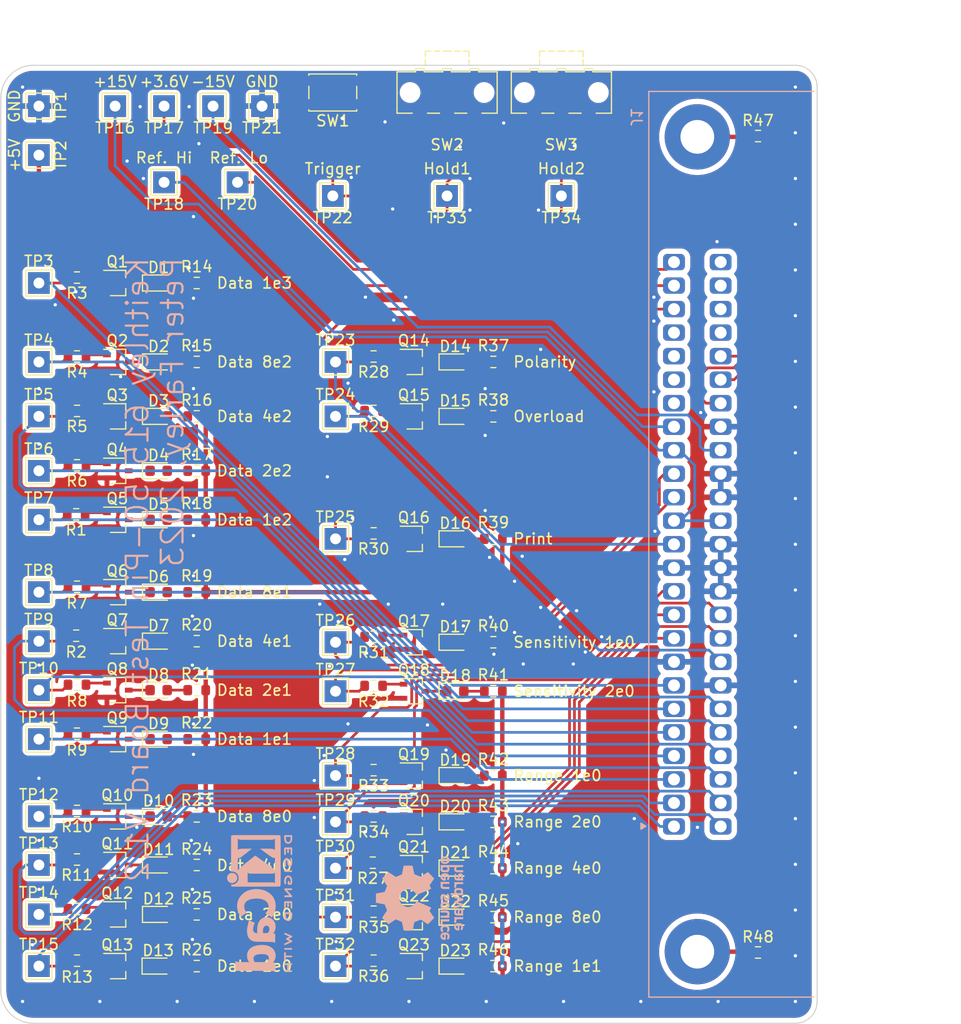
<source format=kicad_pcb>
(kicad_pcb (version 20211014) (generator pcbnew)
  (title_block (title "Keithley 615 50-Pin Test Board") (date "2023-02-04") (rev "1.2") (company "Peter Farley") (comment 1 "Rev 1.0: Initial Design") (comment 2 "Rev 1.1: Update connector footprint") (comment 3 "Rev1.2: Fix connector orientation/pin numbering"))
  (layers (0 "F.Cu" signal) (31 "B.Cu" signal) (34 "B.Paste" user) (35 "F.Paste" user) (36 "B.SilkS" user "B.Silkscreen") (37 "F.SilkS" user "F.Silkscreen") (38 "B.Mask" user) (39 "F.Mask" user) (44 "Edge.Cuts" user))
  (net 0 "")
  (net 1 "Net-(D1-Pad1)")
  (net 2 "Net-(D1-Pad2)")
  (net 3 "Net-(D2-Pad1)")
  (net 4 "Net-(D2-Pad2)")
  (net 5 "Net-(D3-Pad1)")
  (net 6 "Net-(D3-Pad2)")
  (net 7 "Net-(D4-Pad1)")
  (net 8 "Net-(D4-Pad2)")
  (net 9 "Net-(D5-Pad1)")
  (net 10 "Net-(D5-Pad2)")
  (net 11 "Net-(D6-Pad1)")
  (net 12 "Net-(D6-Pad2)")
  (net 13 "Net-(D7-Pad1)")
  (net 14 "Net-(D7-Pad2)")
  (net 15 "Net-(D8-Pad1)")
  (net 16 "Net-(D8-Pad2)")
  (net 17 "Net-(D9-Pad1)")
  (net 18 "Net-(D9-Pad2)")
  (net 19 "Net-(D10-Pad1)")
  (net 20 "Net-(D10-Pad2)")
  (net 21 "Net-(D11-Pad1)")
  (net 22 "Net-(D11-Pad2)")
  (net 23 "Net-(D12-Pad1)")
  (net 24 "Net-(D12-Pad2)")
  (net 25 "Net-(D13-Pad1)")
  (net 26 "Net-(D13-Pad2)")
  (net 27 "Net-(D14-Pad1)")
  (net 28 "Net-(D14-Pad2)")
  (net 29 "Net-(D15-Pad1)")
  (net 30 "Net-(D15-Pad2)")
  (net 31 "Net-(D18-Pad1)")
  (net 32 "Net-(D18-Pad2)")
  (net 33 "Net-(D19-Pad1)")
  (net 34 "Net-(D19-Pad2)")
  (net 35 "Net-(D20-Pad1)")
  (net 36 "Net-(D20-Pad2)")
  (net 37 "Net-(D21-Pad1)")
  (net 38 "Net-(D21-Pad2)")
  (net 39 "Net-(D22-Pad1)")
  (net 40 "Net-(D22-Pad2)")
  (net 41 "Net-(D23-Pad1)")
  (net 42 "Net-(D23-Pad2)")
  (net 43 "Net-(D16-Pad1)")
  (net 44 "Net-(D16-Pad2)")
  (net 45 "Net-(D17-Pad1)")
  (net 46 "Net-(D17-Pad2)")
  (net 47 "Net-(J1-Pad1)")
  (net 48 "Net-(J1-Pad2)")
  (net 49 "Net-(J1-Pad3)")
  (net 50 "Net-(J1-Pad4)")
  (net 51 "Net-(J1-Pad5)")
  (net 52 "Net-(J1-Pad6)")
  (net 53 "Net-(J1-Pad7)")
  (net 54 "GND")
  (net 55 "Net-(J1-Pad9)")
  (net 56 "Net-(J1-Pad10)")
  (net 57 "Net-(J1-Pad11)")
  (net 58 "Net-(J1-Pad13)")
  (net 59 "Net-(J1-Pad14)")
  (net 60 "Net-(J1-Pad15)")
  (net 61 "Net-(J1-Pad16)")
  (net 62 "Net-(J1-Pad18)")
  (net 67 "Net-(J1-Pad23)")
  (net 68 "Net-(J1-Pad24)")
  (net 69 "Net-(J1-Pad25)")
  (net 70 "Net-(J1-Pad26)")
  (net 71 "Net-(J1-Pad27)")
  (net 72 "Net-(J1-Pad28)")
  (net 73 "Net-(J1-Pad29)")
  (net 74 "Net-(J1-Pad30)")
  (net 75 "Net-(J1-Pad31)")
  (net 76 "Net-(J1-Pad33)")
  (net 77 "Net-(J1-Pad34)")
  (net 78 "Net-(J1-Pad35)")
  (net 79 "Net-(J1-Pad42)")
  (net 80 "Net-(J1-Pad44)")
  (net 81 "Net-(J1-Pad45)")
  (net 82 "Net-(J1-Pad46)")
  (net 87 "Net-(Q1-Pad1)")
  (net 88 "Net-(Q2-Pad1)")
  (net 89 "Net-(Q3-Pad1)")
  (net 90 "Net-(Q4-Pad1)")
  (net 91 "Net-(Q5-Pad1)")
  (net 92 "Net-(Q6-Pad1)")
  (net 93 "Net-(Q7-Pad1)")
  (net 94 "Net-(Q8-Pad1)")
  (net 95 "Net-(Q9-Pad1)")
  (net 96 "Net-(Q10-Pad1)")
  (net 97 "Net-(Q11-Pad1)")
  (net 98 "Net-(Q12-Pad1)")
  (net 99 "Net-(Q13-Pad1)")
  (net 100 "Net-(Q14-Pad1)")
  (net 101 "Net-(Q15-Pad1)")
  (net 102 "Net-(Q18-Pad1)")
  (net 103 "Net-(Q19-Pad1)")
  (net 104 "Net-(Q20-Pad1)")
  (net 105 "Net-(Q21-Pad1)")
  (net 106 "Net-(Q22-Pad1)")
  (net 107 "Net-(Q23-Pad1)")
  (net 108 "Net-(Q16-Pad1)")
  (net 109 "Net-(Q17-Pad1)")
  (net 110 "+5V")
  (net 111 "Net-(J1-Pad51)")
  (net 112 "Net-(J1-Pad52)")
  (footprint "LED_SMD:LED_0603_1608Metric" (layer "F.Cu") (at 46.934302 85.75)
    (fp_text reference "D5")
    (fp_text value "LED")
  )
  (footprint "TestPoint:TestPoint_THTPad_2.0x2.0mm_Drill1.0mm" (layer "F.Cu") (at 35.934301 92.399999)
    (fp_text reference "TP8")
    (fp_text value "TestPoint")
  )
  (footprint "Resistor_SMD:R_0603_1608Metric" (layer "F.Cu") (at 39.359301 85.25 180)
    (fp_text reference "R1")
    (fp_text value "50k")
  )
  (footprint "Resistor_SMD:R_0603_1608Metric" (layer "F.Cu") (at 66.684303 112.999999 180)
    (fp_text reference "R34")
    (fp_text value "50k")
  )
  (footprint "Package_TO_SOT_SMD:SOT-323_SC-70" (layer "F.Cu") (at 70.434302 101.5)
    (fp_text reference "Q18")
    (fp_text value "BC848W")
  )
  (footprint "Resistor_SMD:R_0603_1608Metric" (layer "F.Cu") (at 50.434302 76.25 180)
    (fp_text reference "R16")
    (fp_text value "6.8k")
  )
  (footprint "Package_TO_SOT_SMD:SOT-323_SC-70" (layer "F.Cu") (at 43.184302 85.75)
    (fp_text reference "Q5")
    (fp_text value "BC848W")
  )
  (footprint "LED_SMD:LED_0603_1608Metric" (layer "F.Cu") (at 46.934303 101.399997)
    (fp_text reference "D8")
    (fp_text value "LED")
  )
  (footprint "Resistor_SMD:R_0603_1608Metric" (layer "F.Cu") (at 50.434302 101.399997 180)
    (fp_text reference "R21")
    (fp_text value "6.8k")
  )
  (footprint "Resistor_SMD:R_0603_1608Metric" (layer "F.Cu") (at 50.434302 121.999997 180)
    (fp_text reference "R25")
    (fp_text value "6.8k")
  )
  (footprint "TestPoint:TestPoint_THTPad_2.0x2.0mm_Drill1.0mm" (layer "F.Cu") (at 35.934303 64.000002)
    (fp_text reference "TP3")
    (fp_text value "TestPoint")
  )
  (footprint "Resistor_SMD:R_0603_1608Metric" (layer "F.Cu") (at 50.434305 71.25 180)
    (fp_text reference "R15")
    (fp_text value "6.8k")
  )
  (footprint "TestPoint:TestPoint_THTPad_2.0x2.0mm_Drill1.0mm" (layer "F.Cu") (at 51.934302 47.75 180)
    (fp_text reference "TP19")
    (fp_text value "TestPoint")
  )
  (footprint "Resistor_SMD:R_0603_1608Metric" (layer "F.Cu") (at 66.684306 96.499997 180)
    (fp_text reference "R31")
    (fp_text value "50k")
  )
  (footprint "Resistor_SMD:R_0603_1608Metric" (layer "F.Cu") (at 39.434303 126.25 180)
    (fp_text reference "R13")
    (fp_text value "50k")
  )
  (footprint "TestPoint:TestPoint_THTPad_2.0x2.0mm_Drill1.0mm" (layer "F.Cu") (at 35.934303 112.999998)
    (fp_text reference "TP12")
    (fp_text value "TestPoint")
  )
  (footprint "Resistor_SMD:R_0603_1608Metric" (layer "F.Cu") (at 77.684305 76.249999 180)
    (fp_text reference "R38")
    (fp_text value "6.8k")
  )
  (footprint "Package_TO_SOT_SMD:SOT-323_SC-70" (layer "F.Cu") (at 43.184302 105.899998)
    (fp_text reference "Q9")
    (fp_text value "BC848W")
  )
  (footprint "Resistor_SMD:R_0603_1608Metric" (layer "F.Cu") (at 66.684302 108.750001 180)
    (fp_text reference "R33")
    (fp_text value "50k")
  )
  (footprint "TestPoint:TestPoint_THTPad_2.0x2.0mm_Drill1.0mm" (layer "F.Cu") (at 42.934302 47.75 180)
    (fp_text reference "TP16")
    (fp_text value "TestPoint")
  )
  (footprint "LED_SMD:LED_0603_1608Metric" (layer "F.Cu") (at 74.184301 117.75)
    (fp_text reference "D21")
    (fp_text value "LED")
  )
  (footprint "Resistor_SMD:R_0603_1608Metric" (layer "F.Cu") (at 39.4343 75.75 180)
    (fp_text reference "R5")
    (fp_text value "50k")
  )
  (footprint "TestPoint:TestPoint_THTPad_2.0x2.0mm_Drill1.0mm" (layer "F.Cu") (at 63.184302 122.25)
    (fp_text reference "TP31")
    (fp_text value "TestPoint")
  )
  (footprint "TestPoint:TestPoint_THTPad_2.0x2.0mm_Drill1.0mm" (layer "F.Cu") (at 63.184304 76.249999)
    (fp_text reference "TP24")
    (fp_text value "TestPoint")
  )
  (footprint "Resistor_SMD:R_0603_1608Metric" (layer "F.Cu") (at 77.684304 96.999995 180)
    (fp_text reference "R40")
    (fp_text value "6.8k")
  )
  (footprint "Resistor_SMD:R_0603_1608Metric" (layer "F.Cu") (at 39.434303 112.500001 180)
    (fp_text reference "R10")
    (fp_text value "50k")
  )
  (footprint "Resistor_SMD:R_0603_1608Metric" (layer "F.Cu") (at 77.684304 71.250001 180)
    (fp_text reference "R37")
    (fp_text value "6.8k")
  )
  (footprint "Resistor_SMD:R_0603_1608Metric" (layer "F.Cu") (at 66.684305 75.749998 180)
    (fp_text reference "R29")
    (fp_text value "50k")
  )
  (footprint "Resistor_SMD:R_0603_1608Metric" (layer "F.Cu") (at 50.434303 117.459997 180)
    (fp_text reference "R24")
    (fp_text value "6.8k")
  )
  (footprint "Button_Switch_SMD:SW_SPDT_CK-JS102011SAQN" (layer "F.Cu") (at 83.934302 46.5 180)
    (fp_text reference "SW3")
    (fp_text value "SW_SPST")
  )
  (footprint "Package_TO_SOT_SMD:SOT-323_SC-70" (layer "F.Cu") (at 70.434302 126.749997)
    (fp_text reference "Q23")
    (fp_text value "BC848W")
  )
  (footprint "LED_SMD:LED_0603_1608Metric" (layer "F.Cu") (at 74.184306 76.249999)
    (fp_text reference "D15")
    (fp_text value "LED")
  )
  (footprint "Button_Switch_SMD:SW_SPDT_CK-JS102011SAQN" (layer "F.Cu") (at 73.434302 46.5 180)
    (fp_text reference "SW2")
    (fp_text value "SW_SPST")
  )
  (footprint "LED_SMD:LED_0603_1608Metric" (layer "F.Cu") (at 46.934302 64.000001)
    (fp_text reference "D1")
    (fp_text value "LED")
  )
  (footprint "TestPoint:TestPoint_THTPad_2.0x2.0mm_Drill1.0mm" (layer "F.Cu") (at 83.934302 56 180)
    (fp_text reference "TP34")
    (fp_text value "TestPoint")
  )
  (footprint "Resistor_SMD:R_0603_1608Metric" (layer "F.Cu") (at 66.684303 100.999999 180)
    (fp_text reference "R32")
    (fp_text value "50k")
  )
  (footprint "LED_SMD:LED_0603_1608Metric" (layer "F.Cu") (at 46.934303 76.25)
    (fp_text reference "D3")
    (fp_text value "LED")
  )
  (footprint "LED_SMD:LED_0603_1608Metric" (layer "F.Cu") (at 46.934306 81.249999)
    (fp_text reference "D4")
    (fp_text value "LED")
  )
  (footprint "Package_TO_SOT_SMD:SOT-323_SC-70" (layer "F.Cu") (at 70.434302 71.25)
    (fp_text reference "Q14")
    (fp_text value "BC848W")
  )
  (footprint "LED_SMD:LED_0603_1608Metric" (layer "F.Cu") (at 46.934303 71.250002)
    (fp_text reference "D2")
    (fp_text value "LED")
  )
  (footprint "Resistor_SMD:R_0603_1608Metric" (layer "F.Cu") (at 77.684299 109.25 180)
    (fp_text reference "R42")
    (fp_text value "6.8k")
  )
  (footprint "Package_TO_SOT_SMD:SOT-323_SC-70" (layer "F.Cu") (at 43.184303 112.999999)
    (fp_text reference "Q10")
    (fp_text value "BC848W")
  )
  (footprint "LED_SMD:LED_0603_1608Metric" (layer "F.Cu") (at 46.934302 96.900003)
    (fp_text reference "D7")
    (fp_text value "LED")
  )
  (footprint "Package_TO_SOT_SMD:SOT-323_SC-70" (layer "F.Cu") (at 70.434302 113.499996)
    (fp_text reference "Q20")
    (fp_text value "BC848W")
  )
  (footprint "TestPoint:TestPoint_THTPad_2.0x2.0mm_Drill1.0mm" (layer "F.Cu") (at 54.184302 54.75 180)
    (fp_text reference "TP20")
    (fp_text value "TestPoint")
  )
  (footprint "Resistor_SMD:R_0603_1608Metric" (layer "F.Cu") (at 39.434303 80.75 180)
    (fp_text reference "R6")
    (fp_text value "50k")
  )
  (footprint "Resistor_SMD:R_0603_1608Metric" (layer "F.Cu") (at 77.684304 87.500001 180)
    (fp_text reference "R39")
    (fp_text value "6.8k")
  )
  (footprint "Package_TO_SOT_SMD:SOT-323_SC-70" (layer "F.Cu") (at 70.434301 122.250006)
    (fp_text reference "Q22")
    (fp_text value "BC848W")
  )
  (footprint "TestPoint:TestPoint_THTPad_2.0x2.0mm_Drill1.0mm" (layer "F.Cu") (at 35.934302 117.459997)
    (fp_text reference "TP13")
    (fp_text value "TestPoint")
  )
  (footprint "TestPoint:TestPoint_THTPad_2.0x2.0mm_Drill1.0mm" (layer "F.Cu") (at 56.434302 47.75 180)
    (fp_text reference "TP21")
    (fp_text value "TestPoint")
  )
  (footprint "TestPoint:TestPoint_THTPad_2.0x2.0mm_Drill1.0mm" (layer "F.Cu") (at 35.934303 81.250001)
    (fp_text reference "TP6")
    (fp_text value "TestPoint")
  )
  (footprint "Package_TO_SOT_SMD:SOT-323_SC-70" (layer "F.Cu") (at 43.184303 92.399999)
    (fp_text reference "Q6")
    (fp_text value "BC848W")
  )
  (footprint "Package_TO_SOT_SMD:SOT-323_SC-70" (layer "F.Cu") (at 43.184302 117.46)
    (fp_text reference "Q11")
    (fp_text value "BC848W")
  )
  (footprint "TestPoint:TestPoint_THTPad_2.0x2.0mm_Drill1.0mm" (layer "F.Cu") (at 35.934302 47.75 -90)
    (fp_text reference "TP1")
    (fp_text value "TestPoint")
  )
  (footprint "LED_SMD:LED_0603_1608Metric" (layer "F.Cu") (at 74.184301 113.499999)
    (fp_text reference "D20")
    (fp_text value "LED")
  )
  (footprint "Resistor_SMD:R_0603_1608Metric" (layer "F.Cu") (at 39.4343 91.899998 180)
    (fp_text reference "R7")
    (fp_text value "50k")
  )
  (footprint "TestPoint:TestPoint_THTPad_2.0x2.0mm_Drill1.0mm" (layer "F.Cu") (at 63.184302 117.75)
    (fp_text reference "TP30")
    (fp_text value "TestPoint")
  )
  (footprint "Resistor_SMD:R_0603_1608Metric" (layer "F.Cu") (at 50.434303 126.75 180)
    (fp_text reference "R26")
    (fp_text value "6.8k")
  )
  (footprint "TestPoint:TestPoint_THTPad_2.0x2.0mm_Drill1.0mm" (layer "F.Cu") (at 35.934301 121.999997)
    (fp_text reference "TP14")
    (fp_text value "TestPoint")
  )
  (footprint "Package_TO_SOT_SMD:SOT-323_SC-70" (layer "F.Cu") (at 70.434298 117.750003)
    (fp_text reference "Q21")
    (fp_text value "BC848W")
  )
  (footprint "LED_SMD:LED_0603_1608Metric" (layer "F.Cu") (at 74.184306 96.999997)
    (fp_text reference "D17")
    (fp_text value "LED")
  )
  (footprint "LED_SMD:LED_0603_1608Metric" (layer "F.Cu") (at 74.1843 109.250003)
    (fp_text reference "D19")
    (fp_text value "LED")
  )
  (footprint "Resistor_SMD:R_0603_1608Metric" (layer "F.Cu") (at 50.434301 92.400001 180)
    (fp_text reference "R19")
    (fp_text value "6.8k")
  )
  (footprint "LED_SMD:LED_0603_1608Metric" (layer "F.Cu") (at 74.184303 101.499998)
    (fp_text reference "D18")
    (fp_text value "LED")
  )
  (footprint "Resistor_SMD:R_0603_1608Metric" (layer "F.Cu") (at 77.684302 126.749997 180)
    (fp_text reference "R46")
    (fp_text value "6.8k")
  )
  (footprint "LED_SMD:LED_0603_1608Metric" (layer "F.Cu") (at 46.934302 117.459997)
    (fp_text reference "D11")
    (fp_text value "LED")
  )
  (footprint "Resistor_SMD:R_0603_1608Metric" (layer "F.Cu") (at 39.434304 116.959997 180)
    (fp_text reference "R11")
    (fp_text value "50k")
  )
  (footprint "Resistor_SMD:R_0603_1608Metric" (layer "F.Cu") (at 77.684303 101.500002 180)
    (fp_text reference "R41")
    (fp_text value "6.8k")
  )
  (footprint "Resistor_SMD:R_0603_1608Metric" (layer "F.Cu") (at 39.359303 96.400001 180)
    (fp_text reference "R2")
    (fp_text value "50k")
  )
  (footprint "Resistor_SMD:R_0603_1608Metric" (layer "F.Cu") (at 50.434304 64.000002 180)
    (fp_text reference "R14")
    (fp_text value "6.8k")
  )
  (footprint "LED_SMD:LED_0603_1608Metric" (layer "F.Cu") (at 46.934303 113.000001)
    (fp_text reference "D10")
    (fp_text value "LED")
  )
  (footprint "LED_SMD:LED_0603_1608Metric" (layer "F.Cu") (at 46.934303 121.999997)
    (fp_text reference "D12")
    (fp_text value "LED")
  )
  (footprint "TestPoint:TestPoint_THTPad_2.0x2.0mm_Drill1.0mm" (layer "F.Cu") (at 35.934301 105.900001)
    (fp_text reference "TP11")
    (fp_text value "TestPoint")
  )
  (footprint "Package_TO_SOT_SMD:SOT-323_SC-70" (layer "F.Cu") (at 43.184302 64)
    (fp_text reference "Q1")
    (fp_text value "BC848W")
  )
  (footprint "Resistor_SMD:R_0603_1608Metric" (layer "F.Cu") (at 77.684298 117.749998 180)
    (fp_text reference "R44")
    (fp_text value "6.8k")
  )
  (footprint "TestPoint:TestPoint_THTPad_2.0x2.0mm_Drill1.0mm" (layer "F.Cu") (at 35.934304 126.75)
    (fp_text reference "TP15")
    (fp_text value "TestPoint")
  )
  (footprint "Package_TO_SOT_SMD:SOT-323_SC-70" (layer "F.Cu") (at 70.434302 87.5)
    (fp_text reference "Q16")
    (fp_text value "BC848W")
  )
  (footprint "Resistor_SMD:R_0603_1608Metric" (layer "F.Cu") (at 77.684301 122.250004 180)
    (fp_text reference "R45")
    (fp_text value "6.8k")
  )
  (footprint "LED_SMD:LED_0603_1608Metric" (layer "F.Cu") (at 74.1843 126.749997)
    (fp_text reference "D23")
    (fp_text value "LED")
  )
  (footprint "LED_SMD:LED_0603_1608Metric" (layer "F.Cu") (at 74.184302 122.250001)
    (fp_text reference "D22")
    (fp_text value "LED")
  )
  (footprint "Package_TO_SOT_SMD:SOT-323_SC-70" (layer "F.Cu") (at 43.184302 126.75)
    (fp_text reference "Q13")
    (fp_text value "BC848W")
  )
  (footprint "TestPoint:TestPoint_THTPad_2.0x2.0mm_Drill1.0mm" (layer "F.Cu") (at 35.934302 85.749998)
    (fp_text reference "TP7")
    (fp_text value "TestPoint")
  )
  (footprint "TestPoint:TestPoint_THTPad_2.0x2.0mm_Drill1.0mm" (layer "F.Cu") (at 62.934302 56 180)
    (fp_text reference "TP22")
    (fp_text value "TestPoint")
  )
  (footprint "TestPoint:TestPoint_THTPad_2.0x2.0mm_Drill1.0mm" (layer "F.Cu") (at 63.184307 96.999997)
    (fp_text reference "TP26")
    (fp_text value "TestPoint")
  )
  (footprint "Package_TO_SOT_SMD:SOT-323_SC-70" (layer "F.Cu") (at 70.434302 109.250002)
    (fp_text reference "Q19")
    (fp_text value "BC848W")
  )
  (footprint "Resistor_SMD:R_0603_1608Metric" (layer "F.Cu") (at 50.434303 85.749998 180)
    (fp_text reference "R18")
    (fp_text value "6.8k")
  )
  (footprint "Resistor_SMD:R_0603_1608Metric" (layer "F.Cu") (at 102 125.5)
    (fp_text reference "R48")
    (fp_text value "0")
  )
  (footprint "Package_TO_SOT_SMD:SOT-323_SC-70" (layer "F.Cu") (at 43.184302 76.25)
    (fp_text reference "Q3")
    (fp_text value "BC848W")
  )
  (footprint "LED_SMD:LED_0603_1608Metric" (layer "F.Cu") (at 74.184305 71.250001)
    (fp_text reference "D14")
    (fp_text value "LED")
  )
  (footprint "Resistor_SMD:R_0603_1608Metric" (layer "F.Cu") (at 102 50.5)
    (fp_text reference "R47")
    (fp_text value "0")
  )
  (footprint "TestPoint:TestPoint_THTPad_2.0x2.0mm_Drill1.0mm" (layer "F.Cu") (at 63.184305 87.500002)
    (fp_text reference "TP25")
    (fp_text value "TestPoint")
  )
  (footprint "Package_TO_SOT_SMD:SOT-323_SC-70" (layer "F.Cu") (at 70.434302 76.25)
    (fp_text reference "Q15")
    (fp_text value "BC848W")
  )
  (footprint "Resistor_SMD:R_0603_1608Metric" (layer "F.Cu") (at 39.4343 105.399998 180)
    (fp_text reference "R9")
    (fp_text value "50k")
  )
  (footprint "LED_SMD:LED_0603_1608Metric" (layer "F.Cu") (at 46.9343 105.899998)
    (fp_text reference "D9")
    (fp_text value "LED")
  )
  (footprint "Resistor_SMD:R_0603_1608Metric" (layer "F.Cu") (at 50.434301 96.900003 180)
    (fp_text reference "R20")
    (fp_text value "6.8k")
  )
  (footprint "Resistor_SMD:R_0603_1608Metric" (layer "F.Cu") (at 66.684301 121.750001 180)
    (fp_text reference "R35")
    (fp_text value "50k")
  )
  (footprint "Resistor_SMD:R_0603_1608Metric" (layer "F.Cu") (at 39.434304 100.9 180)
    (fp_text reference "R8")
    (fp_text value "50k")
  )
  (footprint "Resistor_SMD:R_0603_1608Metric" (layer "F.Cu") (at 66.684305 87 180)
    (fp_text reference "R30")
    (fp_text value "50k")
  )
  (footprint "TestPoint:TestPoint_THTPad_2.0x2.0mm_Drill1.0mm" (layer "F.Cu") (at 35.934303 96.9)
    (fp_text reference "TP9")
    (fp_text value "TestPoint")
  )
  (footprint "TestPoint:TestPoint_THTPad_2.0x2.0mm_Drill1.0mm" (layer "F.Cu") (at 47.434302 47.75 180)
    (fp_text reference "TP17")
    (fp_text value "TestPoint")
  )
  (footprint "TestPoint:TestPoint_THTPad_2.0x2.0mm_Drill1.0mm" (layer "F.Cu") (at 35.934302 52.25 -90)
    (fp_text reference "TP2")
    (fp_text value "TestPoint")
  )
  (footprint "TestPoint:TestPoint_THTPad_2.0x2.0mm_Drill1.0mm" (layer "F.Cu") (at 63.184301 109.25)
    (fp_text reference "TP28")
    (fp_text value "TestPoint")
  )
  (footprint "TestPoint:TestPoint_THTPad_2.0x2.0mm_Drill1.0mm" (layer "F.Cu") (at 47.434302 54.75 180)
    (fp_text reference "TP18")
    (fp_text value "TestPoint")
  )
  (footprint "Package_TO_SOT_SMD:SOT-323_SC-70" (layer "F.Cu") (at 43.184303 121.999999)
    (fp_text reference "Q12")
    (fp_text value "BC848W")
  )
  (footprint "LED_SMD:LED_0603_1608Metric" (layer "F.Cu") (at 74.184305 87.500001)
    (fp_text reference "D16")
    (fp_text value "LED")
  )
  (footprint "Package_TO_SOT_SMD:SOT-323_SC-70" (layer "F.Cu") (at 43.184302 71.249999)
    (fp_text reference "Q2")
    (fp_text value "BC848W")
  )
  (footprint "Resistor_SMD:R_0603_1608Metric" (layer "F.Cu") (at 39.434302 70.750002 180)
    (fp_text reference "R4")
    (fp_text value "50k")
  )
  (footprint "TestPoint:TestPoint_THTPad_2.0x2.0mm_Drill1.0mm" (layer "F.Cu") (at 35.934304 101.399997)
    (fp_text reference "TP10")
    (fp_text value "TestPoint")
  )
  (footprint "Resistor_SMD:R_0603_1608Metric" (layer "F.Cu") (at 50.434302 105.899999 180)
    (fp_text reference "R22")
    (fp_text value "6.8k")
  )
  (footprint "Package_TO_SOT_SMD:SOT-323_SC-70" (layer "F.Cu") (at 43.184302 96.899998)
    (fp_text reference "Q7")
    (fp_text value "BC848W")
  )
  (footprint "TestPoint:TestPoint_THTPad_2.0x2.0mm_Drill1.0mm" (layer "F.Cu") (at 35.934301 76.25)
    (fp_text reference "TP5")
    (fp_text value "TestPoint")
  )
  (footprint "Package_TO_SOT_SMD:SOT-323_SC-70" (layer "F.Cu") (at 43.184302 81.250001)
    (fp_text reference "Q4")
    (fp_text value "BC848W")
  )
  (footprint "TestPoint:TestPoint_THTPad_2.0x2.0mm_Drill1.0mm" (layer "F.Cu") (at 63.184303 126.75)
    (fp_text reference "TP32")
    (fp_text value "TestPoint")
  )
  (footprint "TestPoint:TestPoint_THTPad_2.0x2.0mm_Drill1.0mm" (layer "F.Cu") (at 73.434302 56 180)
    (fp_text reference "TP33")
    (fp_text value "TestPoint")
  )
  (footprint "Button_Switch_SMD:SW_SPST_PTS810" (layer "F.Cu") (at 62.934302 46.5 180)
    (fp_text reference "SW1")
    (fp_text value "SW_Push")
  )
  (footprint "Resistor_SMD:R_0603_1608Metric" (layer "F.Cu") (at 50.434305 112.999999 180)
    (fp_text reference "R23")
    (fp_text value "6.8k")
  )
  (footprint "Package_TO_SOT_SMD:SOT-323_SC-70" (layer "F.Cu") (at 70.434302 97)
    (fp_text reference "Q17")
    (fp_text value "BC848W")
  )
  (footprint "TestPoint:TestPoint_THTPad_2.0x2.0mm_Drill1.0mm" (layer "F.Cu") (at 63.184303 71.250001)
    (fp_text reference "TP23")
    (fp_text value "TestPoint")
  )
  (footprint "LED_SMD:LED_0603_1608Metric" (layer "F.Cu") (at 46.9343 92.399997)
    (fp_text reference "D6")
    (fp_text value "LED")
  )
  (footprint "Resistor_SMD:R_0603_1608Metric" (layer "F.Cu") (at 66.684306 70.750002 180)
    (fp_text reference "R28")
    (fp_text value "50k")
  )
  (footprint "Resistor_SMD:R_0603_1608Metric" (layer "F.Cu") (at 77.684302 113.5 180)
    (fp_text reference "R43")
    (fp_text value "6.8k")
  )
  (footprint "Resistor_SMD:R_0603_1608Metric" (layer "F.Cu") (at 66.684304 126.249999 180)
    (fp_text reference "R36")
    (fp_text value "50k")
  )
  (footprint "Resistor_SMD:R_0603_1608Metric" (layer "F.Cu") (at 39.434301 63.500001 180)
    (fp_text reference "R3")
    (fp_text value "50k")
  )
  (footprint "Resistor_SMD:R_0603_1608Metric" (layer "F.Cu") (at 66.609301 117.250002 180)
    (fp_text reference "R27")
    (fp_text value "50k")
  )
  (footprint "LED_SMD:LED_0603_1608Metric" (layer "F.Cu") (at 46.896802 126.75)
    (fp_text reference "D13")
    (fp_text value "LED")
  )
  (footprint "Resistor_SMD:R_0603_1608Metric" (layer "F.Cu") (at 39.434302 121.499997 180)
    (fp_text reference "R12")
    (fp_text value "50k")
  )
  (footprint "TestPoint:TestPoint_THTPad_2.0x2.0mm_Drill1.0mm" (layer "F.Cu") (at 63.184304 101.500002)
    (fp_text reference "TP27")
    (fp_text value "TestPoint")
  )
  (footprint "TestPoint:TestPoint_THTPad_2.0x2.0mm_Drill1.0mm" (layer "F.Cu") (at 35.934304 71.25)
    (fp_text reference "TP4")
    (fp_text value "TestPoint")
  )
  (footprint "TestPoint:TestPoint_THTPad_2.0x2.0mm_Drill1.0mm" (layer "F.Cu") (at 63.184302 113.499999)
    (fp_text reference "TP29")
    (fp_text value "TestPoint")
  )
  (footprint "Resistor_SMD:R_0603_1608Metric" (layer "F.Cu") (at 50.434307 81.250002 180)
    (fp_text reference "R17")
    (fp_text value "6.8k")
  )
  (footprint "Package_TO_SOT_SMD:SOT-323_SC-70" (layer "F.Cu") (at 43.184303 101.399999)
    (fp_text reference "Q8")
    (fp_text value "BC848W")
  )
  (footprint "Symbol:OSHW-Logo_7.5x8mm_SilkScreen" (layer "B.Cu") (at 70.9 120.5 -90)
    (fp_text reference "REF**" hide)
    (fp_text value "OSHW-Logo_7.5x8mm_SilkScreen" hide)
  )
  (footprint "Symbol:KiCad-Logo2_5mm_SilkScreen" (layer "B.Cu") (at 56.2 121 -90)
    (fp_text reference "REF**" hide)
    (fp_text value "KiCad-Logo2_5mm_SilkScreen" hide)
  )
  (footprint "footprints:NorComp_112-050-213R001" (layer "B.Cu") (at 98.569302 88 90)
    (fp_text reference "J1")
    (fp_text value "Keithley_50-Pin_Connector")
  )
  (gr_arc (start 107.434302 130) (mid 106.848516 131.414214) (end 105.434302 132) (layer "Edge.Cuts") (width 0.1))
  (gr_arc (start 105.434302 44) (mid 106.848516 44.585786) (end 107.434302 46) (layer "Edge.Cuts") (width 0.1))
  (gr_line (start 32.434302 129) (end 32.434302 47) (layer "Edge.Cuts") (width 0.1))
  (gr_arc (start 32.434302 47) (mid 33.312982 44.87868) (end 35.434302 44) (layer "Edge.Cuts") (width 0.1))
  (gr_line (start 105.434302 132) (end 35.434302 132) (layer "Edge.Cuts") (width 0.1))
  (gr_arc (start 35.434302 132) (mid 33.312982 131.12132) (end 32.434302 129) (layer "Edge.Cuts") (width 0.1))
  (gr_line (start 107.434302 46) (end 107.434302 130) (layer "Edge.Cuts") (width 0.1))
  (gr_line (start 35.434302 44) (end 105.434302 44) (layer "Edge.Cuts") (width 0.1))
  (gr_text "Keithley 615 50-Pin Test Board V1.2\nPeter Farley, 2023" (at 46.6 61.5 90) (layer "B.SilkS") (effects (font (size 2 2) (thickness 0.2)) (justify left mirror)))
  (gr_text "Overload" (at 79.434302 76.25) (layer "F.SilkS") (effects (font (size 1 1)) (justify left)))
  (gr_text "Data 4e2" (at 52.184302 76.25) (layer "F.SilkS") (effects (font (size 1 1)) (justify left)))
  (gr_text "Data 4e0" (at 52.184302 117.499998) (layer "F.SilkS") (effects (font (size 1 1)) (justify left)))
  (gr_text "Range 8e0" (at 79.434301 122.250006) (layer "F.SilkS") (effects (font (size 1 1)) (justify left)))
  (gr_text "Data 2e1" (at 52.184303 101.399999) (layer "F.SilkS") (effects (font (size 1 1)) (justify left)))
  (gr_text "Print" (at 79.434302 87.5) (layer "F.SilkS") (effects (font (size 1 1)) (justify left)))
  (gr_text "Sensitivity 1e0" (at 79.434302 97) (layer "F.SilkS") (effects (font (size 1 1)) (justify left)))
  (gr_text "Data 4e1" (at 52.184302 96.899998) (layer "F.SilkS") (effects (font (size 1 1)) (justify left)))
  (gr_text "Trigger" (at 62.934302 53.5) (layer "F.SilkS") (effects (font (size 1 1))))
  (gr_text "Data 1e1" (at 52.184303 105.899998) (layer "F.SilkS") (effects (font (size 1 1)) (justify left)))
  (gr_text "Hold1" (at 73.434302 53.5) (layer "F.SilkS") (effects (font (size 1 1))))
  (gr_text "Range 1e0" (at 79.434302 109.250002) (layer "F.SilkS") (effects (font (size 1 1)) (justify left)))
  (gr_text "+5V" (at 33.684302 52.25 90) (layer "F.SilkS") (effects (font (size 1 1))))
  (gr_text "Data 2e0" (at 52.184303 121.999999) (layer "F.SilkS") (effects (font (size 1 1)) (justify left)))
  (gr_text "Data 1e2" (at 52.184302 85.75) (layer "F.SilkS") (effects (font (size 1 1)) (justify left)))
  (gr_text "Data 1e3" (at 52.184302 64) (layer "F.SilkS") (effects (font (size 1 1)) (justify left)))
  (gr_text "Data 8e0" (at 52.184303 112.999999) (layer "F.SilkS") (effects (font (size 1 1)) (justify left)))
  (gr_text "Range 2e0" (at 79.434302 113.499996) (layer "F.SilkS") (effects (font (size 1 1)) (justify left)))
  (gr_text "Polarity" (at 79.434302 71.25) (layer "F.SilkS") (effects (font (size 1 1)) (justify left)))
  (gr_text "Data 2e2" (at 52.184302 81.250001) (layer "F.SilkS") (effects (font (size 1 1)) (justify left)))
  (gr_text "Data 1e0" (at 52.184302 126.75) (layer "F.SilkS") (effects (font (size 1 1)) (justify left)))
  (gr_text "Data 8e1" (at 52.184303 92.399999) (layer "F.SilkS") (effects (font (size 1 1)) (justify left)))
  (gr_text "Range 4e0" (at 79.434299 117.750003) (layer "F.SilkS") (effects (font (size 1 1)) (justify left)))
  (gr_text "-15V" (at 51.934302 45.5) (layer "F.SilkS") (effects (font (size 1 1))))
  (gr_text "GND" (at 56.434302 45.5) (layer "F.SilkS") (effects (font (size 1 1))))
  (gr_text "Ref. Lo" (at 54.307523 52.5) (layer "F.SilkS") (effects (font (size 1 1))))
  (gr_text "Data 8e2" (at 52.184302 71.249999) (layer "F.SilkS") (effects (font (size 1 1)) (justify left)))
  (gr_text "Ref. Hi" (at 47.434302 52.5) (layer "F.SilkS") (effects (font (size 1 1))))
  (gr_text "Hold2" (at 83.934302 53.5) (layer "F.SilkS") (effects (font (size 1 1))))
  (gr_text "Range 1e1" (at 79.434302 126.749997) (layer "F.SilkS") (effects (font (size 1 1)) (justify left)))
  (gr_text "+3.6V" (at 47.434302 45.5) (layer "F.SilkS") (effects (font (size 1 1))))
  (gr_text "+15V" (at 42.934302 45.5) (layer "F.SilkS") (effects (font (size 1 1))))
  (gr_text "GND" (at 33.684302 47.75 90) (layer "F.SilkS") (effects (font (size 1 1))))
  (gr_text "Sensitivity 2e0" (at 79.434302 101.5) (layer "F.SilkS") (effects (font (size 1 1)) (justify left)))
  (segment (start 46.146803 64.000002) (end 44.184303 64.000001) (width 0.25) (layer "F.Cu") (net 1))
  (segment (start 49.609304 64.000001) (end 47.721804 64.000001) (width 0.25) (layer "F.Cu") (net 2))
  (segment (start 46.146804 71.25) (end 44.184304 71.25) (width 0.25) (layer "F.Cu") (net 3))
  (segment (start 49.609303 71.250002) (end 47.7218 71.250001) (width 0.25) (layer "F.Cu") (net 4))
  (segment (start 46.146803 76.249997) (end 44.184301 76.25) (width 0.25) (layer "F.Cu") (net 5))
  (segment (start 49.609302 76.25) (end 47.721802 76.25) (width 0.25) (layer "F.Cu") (net 6))
  (segment (start 46.146804 81.249998) (end 44.184302 81.250001) (width 0.25) (layer "F.Cu") (net 7))
  (segment (start 49.609303 81.250001) (end 47.721803 81.249998) (width 0.25) (layer "F.Cu") (net 8))
  (segment (start 46.146802 85.749998) (end 44.184304 85.749999) (width 0.25) (layer "F.Cu") (net 9))
  (segment (start 49.609301 85.75) (end 47.721801 85.75) (width 0.25) (layer "F.Cu") (net 10))
  (segment (start 46.146804 92.4) (end 44.184302 92.399999) (width 0.25) (layer "F.Cu") (net 11))
  (segment (start 49.6093 92.399999) (end 47.7218 92.399999) (width 0.25) (layer "F.Cu") (net 12))
  (segment (start 46.146802 96.900001) (end 44.184303 96.900003) (width 0.25) (layer "F.Cu") (net 13))
  (segment (start 49.609303 96.9) (end 47.721802 96.899998) (width 0.25) (layer "F.Cu") (net 14))
  (segment (start 46.146804 101.399997) (end 44.184304 101.399997) (width 0.25) (layer "F.Cu") (net 15))
  (segment (start 49.609303 101.399999) (end 47.721803 101.399999) (width 0.25) (layer "F.Cu") (net 16))
  (segment (start 46.146801 105.899996) (end 44.1843 105.899998) (width 0.25) (layer "F.Cu") (net 17))
  (segment (start 49.6093 105.899998) (end 47.721802 105.899996) (width 0.25) (layer "F.Cu") (net 18))
  (segment (start 46.146803 112.999998) (end 44.184302 112.999999) (width 0.25) (layer "F.Cu") (net 19))
  (segment (start 49.609303 112.999999) (end 47.721803 112.999999) (width 0.25) (layer "F.Cu") (net 20))
  (segment (start 46.146804 117.459995) (end 44.184303 117.459997) (width 0.25) (layer "F.Cu") (net 21))
  (segment (start 49.609303 117.459999) (end 47.721804 117.459997) (width 0.25) (layer "F.Cu") (net 22))
  (segment (start 46.146803 121.999995) (end 44.184302 121.999999) (width 0.25) (layer "F.Cu") (net 23))
  (segment (start 49.609303 121.999999) (end 47.721804 121.999998) (width 0.25) (layer "F.Cu") (net 24))
  (segment (start 46.109302 126.75) (end 44.184304 126.75) (width 0.25) (layer "F.Cu") (net 25))
  (segment (start 49.609303 126.749999) (end 47.684304 126.75) (width 0.25) (layer "F.Cu") (net 26))
  (segment (start 73.396803 71.250001) (end 71.434305 71.250002) (width 0.25) (layer "F.Cu") (net 27))
  (segment (start 76.859307 71.250003) (end 74.971803 71.250001) (width 0.25) (layer "F.Cu") (net 28))
  (segment (start 73.396804 76.249999) (end 71.434306 76.249999) (width 0.25) (layer "F.Cu") (net 29))
  (segment (start 76.859303 76.250002) (end 74.971802 76.25) (width 0.25) (layer "F.Cu") (net 30))
  (segment (start 73.396804 101.500002) (end 71.434304 101.500002) (width 0.25) (layer "F.Cu") (net 31))
  (segment (start 76.859303 101.500002) (end 74.971803 101.500002) (width 0.25) (layer "F.Cu") (net 32))
  (segment (start 73.396801 109.25) (end 71.434301 109.25) (width 0.25) (layer "F.Cu") (net 33))
  (segment (start 76.859302 109.25) (end 74.971802 109.250002) (width 0.25) (layer "F.Cu") (net 34))
  (segment (start 73.396802 113.499999) (end 71.434304 113.5) (width 0.25) (layer "F.Cu") (net 35))
  (segment (start 76.859303 113.499998) (end 74.971802 113.499996) (width 0.25) (layer "F.Cu") (net 36))
  (segment (start 73.396802 117.75) (end 71.4343 117.750005) (width 0.25) (layer "F.Cu") (net 37))
  (segment (start 76.859301 117.750005) (end 74.971801 117.750004) (width 0.25) (layer "F.Cu") (net 38))
  (segment (start 73.396802 122.25) (end 71.434302 122.250001) (width 0.25) (layer "F.Cu") (net 39))
  (segment (start 76.859301 122.250006) (end 74.971801 122.250006) (width 0.25) (layer "F.Cu") (net 40))
  (segment (start 73.396803 126.75) (end 71.434305 126.749995) (width 0.25) (layer "F.Cu") (net 41))
  (segment (start 76.859305 126.75) (end 74.971802 126.749997) (width 0.25) (layer "F.Cu") (net 42))
  (segment (start 73.396805 87.500002) (end 71.434304 87.500003) (width 0.25) (layer "F.Cu") (net 43))
  (segment (start 76.859302 87.5) (end 74.971802 87.5) (width 0.25) (layer "F.Cu") (net 44))
  (segment (start 73.396807 96.999997) (end 71.434305 97) (width 0.25) (layer "F.Cu") (net 45))
  (segment (start 76.859306 97) (end 74.971806 97.000001) (width 0.25) (layer "F.Cu") (net 46))
  (segment (start 38.609302 126.249999) (end 38.1093 126.749998) (width 0.25) (layer "F.Cu") (net 47))
  (segment (start 38.1093 126.749998) (end 35.934304 126.75) (width 0.25) (layer "F.Cu") (net 47))
  (segment (start 92.992855 113.92) (end 94.279302 113.92) (width 0.25) (layer "B.Cu") (net 47))
  (segment (start 91.097855 112.025) (end 92.992855 113.92) (width 0.25) (layer "B.Cu") (net 47))
  (segment (start 49.682094 112.025) (end 91.097855 112.025) (width 0.25) (layer "B.Cu") (net 47))
  (segment (start 35.934304 126.75) (end 35.934304 125.77279) (width 0.25) (layer "B.Cu") (net 47))
  (segment (start 35.934304 125.77279) (end 49.682094 112.025) (width 0.25) (layer "B.Cu") (net 47))
  (segment (start 38.109303 121.999999) (end 35.934301 121.999997) (width 0.25) (layer "F.Cu") (net 48))
  (segment (start 38.609302 121.499998) (end 38.109303 121.999999) (width 0.25) (layer "F.Cu") (net 48))
  (segment (start 92.105647 111.76) (end 94.279302 111.76) (width 0.25) (layer "B.Cu") (net 48))
  (segment (start 91.470647 111.125) (end 92.105647 111.76) (width 0.25) (layer "B.Cu") (net 48))
  (segment (start 38.434305 121.999997) (end 49.309302 111.125) (width 0.25) (layer "B.Cu") (net 48))
  (segment (start 49.309302 111.125) (end 91.470647 111.125) (width 0.25) (layer "B.Cu") (net 48))
  (segment (start 35.934301 121.999997) (end 38.434305 121.999997) (width 0.25) (layer "B.Cu") (net 48))
  (segment (start 38.1093 105.899998) (end 35.934301 105.900001) (width 0.25) (layer "F.Cu") (net 49))
  (segment (start 38.609303 105.400001) (end 38.1093 105.899998) (width 0.25) (layer "F.Cu") (net 49))
  (segment (start 77.488718 109.6) (end 94.279302 109.6) (width 0.25) (layer "B.Cu") (net 49))
  (segment (start 73.788719 105.900001) (end 77.488718 109.6) (width 0.25) (layer "B.Cu") (net 49))
  (segment (start 35.934301 105.900001) (end 73.788719 105.900001) (width 0.25) (layer "B.Cu") (net 49))
  (segment (start 38.609303 100.899996) (end 38.109303 101.399999) (width 0.25) (layer "F.Cu") (net 50))
  (segment (start 38.109303 101.399999) (end 35.934304 101.399997) (width 0.25) (layer "F.Cu") (net 50))
  (segment (start 69.336512 100.175002) (end 76.60151 107.44) (width 0.25) (layer "B.Cu") (net 50))
  (segment (start 37.159299 100.175002) (end 69.336512 100.175002) (width 0.25) (layer "B.Cu") (net 50))
  (segment (start 35.934304 101.399997) (end 37.159299 100.175002) (width 0.25) (layer "B.Cu") (net 50))
  (segment (start 76.60151 107.44) (end 94.279302 107.44) (width 0.25) (layer "B.Cu") (net 50))
  (segment (start 38.034301 85.75) (end 35.934302 85.749998) (width 0.25) (layer "F.Cu") (net 51))
  (segment (start 38.534303 85.25) (end 38.034301 85.75) (width 0.25) (layer "F.Cu") (net 51))
  (segment (start 35.934302 85.749998) (end 56.1843 85.749998) (width 0.25) (layer "B.Cu") (net 51))
  (segment (start 75.714302 105.28) (end 94.279302 105.28) (width 0.25) (layer "B.Cu") (net 51))
  (segment (start 56.1843 85.749998) (end 75.714302 105.28) (width 0.25) (layer "B.Cu") (net 51))
  (segment (start 38.609306 80.75) (end 38.109303 81.250001) (width 0.25) (layer "F.Cu") (net 52))
  (segment (start 38.109303 81.250001) (end 35.934303 81.250001) (width 0.25) (layer "F.Cu") (net 52))
  (segment (start 35.934303 81.250001) (end 53.011512 81.250001) (width 0.25) (layer "B.Cu") (net 52))
  (segment (start 74.881511 103.12) (end 94.279302 103.12) (width 0.25) (layer "B.Cu") (net 52))
  (segment (start 53.011512 81.250001) (end 74.881511 103.12) (width 0.25) (layer "B.Cu") (net 52))
  (segment (start 38.109306 64) (end 35.934303 64.000002) (width 0.25) (layer "F.Cu") (net 53))
  (segment (start 38.609305 63.500002) (end 38.109306 64) (width 0.25) (layer "F.Cu") (net 53))
  (segment (start 35.934303 64.000002) (end 37.034305 64.000002) (width 0.25) (layer "B.Cu") (net 53))
  (segment (start 73.994303 100.96) (end 94.279302 100.96) (width 0.25) (layer "B.Cu") (net 53))
  (segment (start 37.034305 64.000002) (end 73.994303 100.96) (width 0.25) (layer "B.Cu") (net 53))
  (via (at 35.934302 109.5) (size 0.6) (drill 0.3) (layers "F.Cu" "B.Cu") (net 54))
  (via (at 45.234302 47.8) (size 0.6) (drill 0.3) (layers "F.Cu" "B.Cu") (net 54))
  (via (at 105.434302 54.4) (size 0.6) (drill 0.3) (layers "F.Cu" "B.Cu") (net 54))
  (via (at 34.434302 130) (size 0.6) (drill 0.3) (layers "F.Cu" "B.Cu") (net 54))
  (via (at 35.934302 78.8) (size 0.6) (drill 0.3) (layers "F.Cu" "B.Cu") (net 54))
  (via (at 55.734302 130) (size 0.6) (drill 0.3) (layers "F.Cu" "B.Cu") (net 54))
  (via (at 63.834302 48.9) (size 0.6) (drill 0.3) (layers "F.Cu" "B.Cu") (net 54))
  (via (at 63.234302 120) (size 0.6) (drill 0.3) (layers "F.Cu" "B.Cu") (net 54))
  (via (at 105.434302 79.6) (size 0.6) (drill 0.3) (layers "F.Cu" "B.Cu") (net 54))
  (via (at 105.434302 75.4) (size 0.6) (drill 0.3) (layers "F.Cu" "B.Cu") (net 54))
  (via (at 80.334302 89.1) (size 0.6) (drill 0.3) (layers "F.Cu" "B.Cu") (net 54))
  (via (at 105.434302 104.8) (size 0.6) (drill 0.3) (layers "F.Cu" "B.Cu") (net 54))
  (via (at 64.334302 104.5) (size 0.6) (drill 0.3) (layers "F.Cu" "B.Cu") (net 54))
  (via (at 50.134302 87.2) (size 0.6) (drill 0.3) (layers "F.Cu" "B.Cu") (net 54))
  (via (at 81.834302 57.3) (size 0.6) (drill 0.3) (layers "F.Cu" "B.Cu") (net 54))
  (via (at 87.634302 96.5) (size 0.6) (drill 0.3) (layers "F.Cu" "B.Cu") (net 54))
  (via (at 105.434302 125.8) (size 0.6) (drill 0.3) (layers "F.Cu" "B.Cu") (net 54))
  (via (at 105.434302 67) (size 0.6) (drill 0.3) (layers "F.Cu" "B.Cu") (net 54))
  (via (at 69.634302 65.3) (size 0.6) (drill 0.3) (layers "F.Cu" "B.Cu") (net 54))
  (via (at 44.934302 114) (size 0.6) (drill 0.3) (layers "F.Cu" "B.Cu") (net 54))
  (via (at 83.834302 95.6) (size 0.6) (drill 0.3) (layers "F.Cu" "B.Cu") (net 54))
  (via (at 105.434302 71.2) (size 0.6) (drill 0.3) (layers "F.Cu" "B.Cu") (net 54))
  (via (at 74.934302 95.5) (size 0.6) (drill 0.3) (layers "F.Cu" "B.Cu") (net 54))
  (via (at 105.434302 50.2) (size 0.6) (drill 0.3) (layers "F.Cu" "B.Cu") (net 54))
  (via (at 50.134302 73.7) (size 0.6) (drill 0.3) (layers "F.Cu" "B.Cu") (net 54))
  (via (at 77.434302 94.7) (size 0.6) (drill 0.3) (layers "F.Cu" "B.Cu") (net 54))
  (via (at 85.334302 94.1) (size 0.6) (drill 0.3) (layers "F.Cu" "B.Cu") (net 54))
  (via (at 34.434302 46) (size 0.6) (drill 0.3) (layers "F.Cu" "B.Cu") (net 54))
  (via (at 105.434302 88) (size 0.6) (drill 0.3) (layers "F.Cu" "B.Cu") (net 54))
  (via (at 76.934302 84.9) (size 0.6) (drill 0.3) (layers "F.Cu" "B.Cu") (net 54))
  (via (at 84.134302 130) (size 0.6) (drill 0.3) (layers "F.Cu" "B.Cu") (net 54))
  (via (at 85.034302 99) (size 0.6) (drill 0.3) (layers "F.Cu" "B.Cu") (net 54))
  (via (at 61.234302 109.7) (size 0.6) (drill 0.3) (layers "F.Cu" "B.Cu") (net 54))
  (via (at 64.334302 73.2) (size 0.6) (drill 0.3) (layers "F.Cu" "B.Cu") (net 54))
  (via (at 105.434302 109) (size 0.6) (drill 0.3) (layers "F.Cu" "B.Cu") (net 54))
  (via (at 105.434302 96.4) (size 0.6) (drill 0.3) (layers "F.Cu" "B.Cu") (net 54))
  (via (at 49.734302 47.8) (size 0.6) (drill 0.3) (layers "F.Cu" "B.Cu") (net 54))
  (via (at 80.434302 99) (size 0.6) (drill 0.3) (layers "F.Cu" "B.Cu") (net 54))
  (via (at 92.434302 74) (size 0.6) (drill 0.3) (layers "F.Cu" "B.Cu") (net 54))
  (via (at 43.434302 72.6) (size 0.6) (drill 0.3) (layers "F.Cu" "B.Cu") (net 54))
  (via (at 92.434302 65.3) (size 0.6) (drill 0.3) (layers "F.Cu" "B.Cu") (net 54))
  (via (at 105.434302 92.2) (size 0.6) (drill 0.3) (layers "F.Cu" "B.Cu") (net 54))
  (via (at 50.134302 69.8) (size 0.6) (drill 0.3) (layers "F.Cu" "B.Cu") (net 54))
  (via (at 49.734302 62.6) (size 0.6) (drill 0.3) (layers "F.Cu" "B.Cu") (net 54))
  (via (at 45.534302 54.4) (size 0.6) (drill 0.3) (layers "F.Cu" "B.Cu") (net 54))
  (via (at 50.034302 124.3) (size 0.6) (drill 0.3) (layers "F.Cu" "B.Cu") (net 54))
  (via (at 74.634302 51.5) (size 0.6) (drill 0.3) (layers "F.Cu" "B.Cu") (net 54))
  (via (at 61.734302 93.5) (size 0.6) (drill 0.3) (layers "F.Cu" "B.Cu") (net 54))
  (via (at 82.034302 70.1) (size 0.6) (drill 0.3) (layers "F.Cu" "B.Cu") (net 54))
  (via (at 50.634302 51.2) (size 0.6) (drill 0.3) (layers "F.Cu" "B.Cu") (net 54))
  (via (at 35.934302 73.7) (size 0.6) (drill 0.3) (layers "F.Cu" "B.Cu") (net 54))
  (via (at 76.934302 73.7) (size 0.6) (drill 0.3) (layers "F.Cu" "B.Cu") (net 54))
  (via (at 62.134302 107.4) (size 0.6) (drill 0.3) (layers "F.Cu" "B.Cu") (net 54))
  (via (at 50.134302 107.3) (size 0.6) (drill 0.3) (layers "F.Cu" "B.Cu") (net 54))
  (via (at 75.534302 54.4) (size 0.6) (drill 0.3) (layers "F.Cu" "B.Cu") (net 54))
  (via (at 50.134302 57.9) (size 0.6) (drill 0.3) (layers "F.Cu" "B.Cu") (net 54))
  (via (at 72.334302 57.9) (size 0.6) (drill 0.3) (layers "F.Cu" "B.Cu") (net 54))
  (via (at 64.634302 54.3) (size 0.6) (drill 0.3) (layers "F.Cu" "B.Cu") (net 54))
  (via (at 65.934302 114.4) (size 0.6) (drill 0.3) (layers "F.Cu" "B.Cu") (net 54))
  (via (at 35.934302 119.7) (size 0.6) (drill 0.3) (layers "F.Cu" "B.Cu") (net 54))
  (via (at 90.634302 113.2) (size 0.6) (drill 0.3) (layers "F.Cu" "B.Cu") (net 54))
  (via (at 68.534302 67.4) (size 0.6) (drill 0.3) (layers "F.Cu" "B.Cu") (net 54))
  (via (at 35.334302 124.8) (size 0.6) (drill 0.3) (layers "F.Cu" "B.Cu") (net 54))
  (via (at 68.034302 93.5) (size 0.6) (drill 0.3) (layers "F.Cu" "B.Cu") (net 54))
  (via (at 41.534302 130) (size 0.6) (drill 0.3) (layers "F.Cu" "B.Cu") (net 54))
  (via (at 35.934302 115.2) (size 0.6) (drill 0.3) (layers "F.Cu" "B.Cu") (net 54))
  (via (at 61.234302 113.1) (size 0.6) (drill 0.3) (layers "F.Cu" "B.Cu") (net 54))
  (via (at 65.934302 65.3) (size 0.6) (drill 0.3) (layers "F.Cu" "B.Cu") (net 54))
  (via (at 67.734302 49.2) (size 0.6) (drill 0.3) (layers "F.Cu" "B.Cu") (net 54))
  (via (at 77.734302 98.1) (size 0.6) (drill 0.3) (layers "F.Cu" "B.Cu") (net 54))
  (via (at 50.134302 65.4) (size 0.6) (drill 0.3) (layers "F.Cu" "B.Cu") (net 54))
  (via (at 46.234302 111.6) (size 0.6) (drill 0.3) (layers "F.Cu" "B.Cu") (net 54))
  (via (at 105.434302 62.8) (size 0.6) (drill 0.3) (layers "F.Cu" "B.Cu") (net 54))
  (via (at 49.934302 115.2) (size 0.6) (drill 0.3) (layers "F.Cu" "B.Cu") (net 54))
  (via (at 50.034302 99.1) (size 0.6) (drill 0.3) (layers "F.Cu" "B.Cu") (net 54))
  (via (at 62.634302 99.2) (size 0.6) (drill 0.3) (layers "F.Cu" "B.Cu") (net 54))
  (via (at 98.334302 130) (size 0.6) (drill 0.3) (layers "F.Cu" "B.Cu") (net 54))
  (via (at 50.134302 104.5) (size 0.6) (drill 0.3) (layers "F.Cu" "B.Cu") (net 54))
  (via (at 73.334302 106.9) (size 0.6) (drill 0.3) (layers "F.Cu" "B.Cu") (net 54))
  (via (at 79.634302 91.4) (size 0.6) (drill 0.3) (layers "F.Cu" "B.Cu") (net 54))
  (via (at 63.234302 124.5) (size 0.6) (drill 0.3) (layers "F.Cu" "B.Cu") (net 54))
  (via (at 92.434302 67.5) (size 0.6) (drill 0.3) (layers "F.Cu" "B.Cu") (net 54))
  (via (at 44.034302 52.8) (size 0.6) (drill 0.3) (layers "F.Cu" "B.Cu") (net 54))
  (via (at 37.434302 66) (size 0.6) (drill 0.3) (layers "F.Cu" "B.Cu") (net 54))
  (via (at 105.434302 83.8) (size 0.6) (drill 0.3) (layers "F.Cu" "B.Cu") (net 54))
  (via (at 69.934302 130) (size 0.6) (drill 0.3) (layers "F.Cu" "B.Cu") (net 54))
  (via (at 105.434302 121.6) (size 0.6) (drill 0.3) (layers "F.Cu" "B.Cu") (net 54))
  (via (at 105.434302 130) (size 0.6) (drill 0.3) (layers "F.Cu" "B.Cu") (net 54))
  (via (at 62.434302 81.8) (size 0.6) (drill 0.3) (layers "F.Cu" "B.Cu") (net 54))
  (via (at 79.634302 96.1) (size 0.6) (drill 0.3) (layers "F.Cu" "B.Cu") (net 54))
  (via (at 39.334302 64.8) (size 0.6) (drill 0.3) (layers "F.Cu" "B.Cu") (net 54))
  (via (at 35.934302 99.1) (size 0.6) (drill 0.3) (layers "F.Cu" "B.Cu") (net 54))
  (via (at 71.634302 104.6) (size 0.6) (drill 0.3) (layers "F.Cu" "B.Cu") (net 54))
  (via (at 105.434302 46) (size 0.6) (drill 0.3) (layers "F.Cu" "B.Cu") (net 54))
  (via (at 86.134302 97.9) (size 0.6) (drill 0.3) (layers "F.Cu" "B.Cu") (net 54))
  (via (at 82.034302 93.8) (size 0.6) (drill 0.3) (layers "F.Cu" "B.Cu") (net 54))
  (via (at 92.534302 86.8) (size 0.6) (drill 0.3) (layers "F.Cu" "B.Cu") (net 54))
  (via (at 50.134302 79.8) (size 0.6) (drill 0.3) (layers "F.Cu" "B.Cu") (net 54))
  (via (at 75.534302 57.3) (size 0.6) (drill 0.3) (layers "F.Cu" "B.Cu") (net 54))
  (via (at 105.434302 58.6) (size 0.6) (drill 0.3) (layers "F.Cu" "B.Cu") (net 54))
  (via (at 48.634302 130) (size 0.6) (drill 0.3) (layers "F.Cu" "B.Cu") (net 54))
  (via (at 50.134302 84.2) (size 0.6) (drill 0.3) (layers "F.Cu" "B.Cu") (net 54))
  (via (at 79.934302 115.5) (size 0.6) (drill 0.3) (layers "F.Cu" "B.Cu") (net 54))
  (via (at 66.034302 98) (size 0.6) (drill 0.3) (layers "F.Cu" "B.Cu") (net 54))
  (via (at 50.134302 90.9) (size 0.6) (drill 0.3) (layers "F.Cu" "B.Cu") (net 54))
  (via (at 50.034302 94.6) (size 0.6) (drill 0.3) (layers "F.Cu" "B.Cu") (net 54))
  (via (at 50.034302 119.7) (size 0.6) (drill 0.3) (layers "F.Cu" "B.Cu") (net 54))
  (via (at 96.434302 114) (size 0.6) (drill 0.3) (layers "F.Cu" "B.Cu") (net 54))
  (via (at 73.034302 93.5) (size 0.6) (drill 0.3) (layers "F.Cu" "B.Cu") (net 54))
  (via (at 68.434302 57.2) (size 0.6) (drill 0.3) (layers "F.Cu" "B.Cu") (net 54))
  (via (at 64.734302 85.6) (size 0.6) (drill 0.3) (layers "F.Cu" "B.Cu") (net 54))
  (via (at 105.434302 117.4) (size 0.6) (drill 0.3) (layers "F.Cu" "B.Cu") (net 54))
  (via (at 62.834302 130) (size 0.6) (drill 0.3) (layers "F.Cu" "B.Cu") (net 54))
  (via (at 96.734302 75.9) (size 0.6) (drill 0.3) (layers "F.Cu" "B.Cu") (net 54))
  (via (at 76.934302 78) (size 0.6) (drill 0.3) (layers "F.Cu" "B.Cu") (net 54))
  (via (at 64.034302 89.4) (size 0.6) (drill 0.3) (layers "F.Cu" "B.Cu") (net 54))
  (via (at 78.634302 49.3) (size 0.6) (drill 0.3) (layers "F.Cu" "B.Cu") (net 54))
  (via (at 77.034302 130) (size 0.6) (drill 0.3) (layers "F.Cu" "B.Cu") (net 54))
  (via (at 105.434302 113.2) (size 0.6) (drill 0.3) (layers "F.Cu" "B.Cu") (net 54))
  (via (at 63.434302 95.1) (size 0.6) (drill 0.3) (layers "F.Cu" "B.Cu") (net 54))
  (via (at 77.334302 89.2) (size 0.6) (drill 0.3) (layers "F.Cu" "B.Cu") (net 54))
  (via (at 98.234302 60.2) (size 0.6) (drill 0.3) (layers "F.Cu" "B.Cu") (net 54))
  (via (at 91.234302 130) (size 0.6) (drill 0.3) (layers "F.Cu" "B.Cu") (net 54))
  (via (at 62.434302 78.1) (size 0.6) (drill 0.3) (layers "F.Cu" "B.Cu") (net 54))
  (via (at 105.434302 100.6) (size 0.6) (drill 0.3) (layers "F.Cu" "B.Cu") (net 54))
  (via (at 85.134302 51.4) (size 0.6) (drill 0.3) (layers "F.Cu" "B.Cu") (net 54))
  (segment (start 65.859307 126.249999) (end 65.359306 126.75) (width 0.25) (layer "F.Cu") (net 55))
  (segment (start 85.584302 108.915254) (end 85.584302 102.509188) (width 0.25) (layer "F.Cu") (net 55))
  (segment (start 65.359306 126.75) (end 63.184303 126.75) (width 0.25) (layer "F.Cu") (net 55))
  (segment (start 80.934302 122.75) (end 80.934302 113.565254) (width 0.25) (layer "F.Cu") (net 55))
  (segment (start 63.184303 126.75) (end 65.434303 124.5) (width 0.25) (layer "F.Cu") (net 55))
  (segment (start 80.934302 113.565254) (end 85.584302 108.915254) (width 0.25) (layer "F.Cu") (net 55))
  (segment (start 85.584302 102.509188) (end 91.45349 96.64) (width 0.25) (layer "F.Cu") (net 55))
  (segment (start 65.434303 124.5) (end 79.184302 124.5) (width 0.25) (layer "F.Cu") (net 55))
  (segment (start 91.45349 96.64) (end 94.279302 96.64) (width 0.25) (layer "F.Cu") (net 55))
  (segment (start 79.184302 124.5) (end 80.934302 122.75) (width 0.25) (layer "F.Cu") (net 55))
  (segment (start 63.184302 122.25) (end 61.434302 122.25) (width 0.25) (layer "F.Cu") (net 56))
  (segment (start 65.359303 122.250003) (end 63.184302 122.25) (width 0.25) (layer "F.Cu") (net 56))
  (segment (start 60.684302 121.5) (end 60.684302 116.75) (width 0.25) (layer "F.Cu") (net 56))
  (segment (start 84.684302 102.136396) (end 92.340698 94.48) (width 0.25) (layer "F.Cu") (net 56))
  (segment (start 60.684302 116.75) (end 61.934302 115.5) (width 0.25) (layer "F.Cu") (net 56))
  (segment (start 77.726764 115.5) (end 84.684302 108.542462) (width 0.25) (layer "F.Cu") (net 56))
  (segment (start 61.934302 115.5) (end 77.726764 115.5) (width 0.25) (layer "F.Cu") (net 56))
  (segment (start 61.434302 122.25) (end 60.684302 121.5) (width 0.25) (layer "F.Cu") (net 56))
  (segment (start 65.8593 121.750001) (end 65.359303 122.250003) (width 0.25) (layer "F.Cu") (net 56))
  (segment (start 84.684302 108.542462) (end 84.684302 102.136396) (width 0.25) (layer "F.Cu") (net 56))
  (segment (start 92.340698 94.48) (end 94.279302 94.48) (width 0.25) (layer "F.Cu") (net 56))
  (segment (start 70.684302 100) (end 85.547906 100) (width 0.25) (layer "F.Cu") (net 57))
  (segment (start 63.184301 107.250001) (end 67.434302 103) (width 0.25) (layer "F.Cu") (net 57))
  (segment (start 93.227906 92.32) (end 94.279302 92.32) (width 0.25) (layer "F.Cu") (net 57))
  (segment (start 70.184302 100.5) (end 70.684302 100) (width 0.25) (layer "F.Cu") (net 57))
  (segment (start 67.434302 103) (end 69.809302 103) (width 0.25) (layer "F.Cu") (net 57))
  (segment (start 85.547906 100) (end 93.227906 92.32) (width 0.25) (layer "F.Cu") (net 57))
  (segment (start 70.184302 102.625) (end 70.184302 100.5) (width 0.25) (layer "F.Cu") (net 57))
  (segment (start 63.184301 109.25) (end 63.184301 107.250001) (width 0.25) (layer "F.Cu") (net 57))
  (segment (start 65.359302 109.25) (end 63.184301 109.25) (width 0.25) (layer "F.Cu") (net 57))
  (segment (start 65.859298 108.750001) (end 65.359302 109.25) (width 0.25) (layer "F.Cu") (net 57))
  (segment (start 69.809302 103) (end 70.184302 102.625) (width 0.25) (layer "F.Cu") (net 57))
  (segment (start 65.359303 71.250005) (end 63.184303 71.250001) (width 0.25) (layer "F.Cu") (net 58))
  (segment (start 65.859307 70.750001) (end 65.359303 71.250005) (width 0.25) (layer "F.Cu") (net 58))
  (segment (start 66.120697 75.799999) (end 78.320698 88) (width 0.25) (layer "B.Cu") (net 58))
  (segment (start 63.184303 71.250001) (end 63.184303 73.750001) (width 0.25) (layer "B.Cu") (net 58))
  (segment (start 65.234301 75.799999) (end 66.120697 75.799999) (width 0.25) (layer "B.Cu") (net 58))
  (segment (start 63.184303 73.750001) (end 65.234301 75.799999) (width 0.25) (layer "B.Cu") (net 58))
  (segment (start 78.320698 88) (end 94.279302 88) (width 0.25) (layer "B.Cu") (net 58))
  (segment (start 42.934302 47.75) (end 42.934302 53.25) (width 0.25) (layer "B.Cu") (net 59))
  (segment (start 82.497906 68.95) (end 92.907906 79.36) (width 0.25) (layer "B.Cu") (net 59))
  (segment (start 94.279302 85.84) (end 98.569302 85.84) (width 0.25) (layer "B.Cu") (net 59))
  (segment (start 92.907906 79.36) (end 94.279302 79.36) (width 0.25) (layer "B.Cu") (net 59))
  (segment (start 96.184302 80.75) (end 94.794302 79.36) (width 0.25) (layer "B.Cu") (net 59))
  (segment (start 94.279302 85.84) (end 94.86 85.84) (width 0.25) (layer "B.Cu") (net 59))
  (segment (start 96.184302 84.515698) (end 96.184302 80.75) (width 0.25) (layer "B.Cu") (net 59))
  (segment (start 46.434302 56.75) (end 50.622907 56.75) (width 0.25) (layer "B.Cu") (net 59))
  (segment (start 94.794302 79.36) (end 94.279302 79.36) (width 0.25) (layer "B.Cu") (net 59))
  (segment (start 62.822907 68.95) (end 82.497906 68.95) (width 0.25) (layer "B.Cu") (net 59))
  (segment (start 42.934302 53.25) (end 46.434302 56.75) (width 0.25) (layer "B.Cu") (net 59))
  (segment (start 50.622907 56.75) (end 62.822907 68.95) (width 0.25) (layer "B.Cu") (net 59))
  (segment (start 94.86 85.84) (end 96.184302 84.515698) (width 0.25) (layer "B.Cu") (net 59))
  (segment (start 65.359303 101.500002) (end 63.184304 101.500002) (width 0.25) (layer "F.Cu") (net 60))
  (segment (start 65.859303 101) (end 65.359303 101.500002) (width 0.25) (layer "F.Cu") (net 60))
  (segment (start 63.184304 101.500002) (end 63.184304 100.249998) (width 0.25) (layer "F.Cu") (net 60))
  (segment (start 63.184304 100.249998) (end 63.884302 99.55) (width 0.25) (layer "F.Cu") (net 60))
  (segment (start 63.884302 99.55) (end 78.409302 99.55) (width 0.25) (layer "F.Cu") (net 60))
  (segment (start 78.409302 99.55) (end 94.279302 83.68) (width 0.25) (layer "F.Cu") (net 60))
  (segment (start 92.934302 82) (end 93.414302 81.52) (width 0.25) (layer "F.Cu") (net 61))
  (segment (start 78.222906 99.1) (end 92.934302 84.388604) (width 0.25) (layer "F.Cu") (net 61))
  (segment (start 93.414302 81.52) (end 94.279302 81.52) (width 0.25) (layer "F.Cu") (net 61))
  (segment (start 64.034302 99.1) (end 78.222906 99.1) (width 0.25) (layer "F.Cu") (net 61))
  (segment (start 63.184307 96.999997) (end 63.184307 98.250005) (width 0.25) (layer "F.Cu") (net 61))
  (segment (start 92.934302 84.388604) (end 92.934302 82) (width 0.25) (layer "F.Cu") (net 61))
  (segment (start 63.184307 98.250005) (end 64.034302 99.1) (width 0.25) (layer "F.Cu") (net 61))
  (segment (start 65.359306 97) (end 63.184307 96.999997) (width 0.25) (layer "F.Cu") (net 61))
  (segment (start 65.859303 96.499997) (end 65.359306 97) (width 0.25) (layer "F.Cu") (net 61))
  (segment (start 49.259303 54.75) (end 63.009303 68.5) (width 0.25) (layer "B.Cu") (net 62))
  (segment (start 63.009303 68.5) (end 82.684302 68.5) (width 0.25) (layer "B.Cu") (net 62))
  (segment (start 82.684302 68.5) (end 91.384302 77.2) (width 0.25) (layer "B.Cu") (net 62))
  (segment (start 47.434302 54.75) (end 49.259303 54.75) (width 0.25) (layer "B.Cu") (net 62))
  (segment (start 91.384302 77.2) (end 94.279302 77.2) (width 0.25) (layer "B.Cu") (net 62))
  (segment (start 64.784302 66.4) (end 94.279302 66.4) (width 0.25) (layer "F.Cu") (net 67))
  (segment (start 63.184305 87.500002) (end 63.184305 84.000003) (width 0.25) (layer "F.Cu") (net 67))
  (segment (start 65.859302 87) (end 65.359305 87.500003) (width 0.25) (layer "F.Cu") (net 67))
  (segment (start 65.359305 87.500003) (end 63.184305 87.500002) (width 0.25) (layer "F.Cu") (net 67))
  (segment (start 61.434302 69.75) (end 64.784302 66.4) (width 0.25) (layer "F.Cu") (net 67))
  (segment (start 63.184305 84.000003) (end 61.434302 82.25) (width 0.25) (layer "F.Cu") (net 67))
  (segment (start 61.434302 82.25) (end 61.434302 69.75) (width 0.25) (layer "F.Cu") (net 67))
  (segment (start 56.197906 54.75) (end 65.687906 64.24) (width 0.25) (layer "F.Cu") (net 68))
  (segment (start 65.687906 64.24) (end 94.279302 64.24) (width 0.25) (layer "F.Cu") (net 68))
  (segment (start 54.184302 54.75) (end 56.197906 54.75) (width 0.25) (layer "F.Cu") (net 68))
  (segment (start 93.609302 62.75) (end 94.279302 62.08) (width 0.25) (layer "F.Cu") (net 69))
  (segment (start 64.834302 62.75) (end 93.609302 62.75) (width 0.25) (layer "F.Cu") (net 69))
  (segment (start 50.184302 52.25) (end 54.334302 52.25) (width 0.25) (layer "F.Cu") (net 69))
  (segment (start 54.334302 52.25) (end 64.834302 62.75) (width 0.25) (layer "F.Cu") (net 69))
  (segment (start 47.434302 47.75) (end 47.434302 49.5) (width 0.25) (layer "F.Cu") (net 69))
  (segment (start 47.434302 49.5) (end 50.184302 52.25) (width 0.25) (layer "F.Cu") (net 69))
  (segment (start 38.109303 117.459999) (end 35.934302 117.459997) (width 0.25) (layer "F.Cu") (net 70))
  (segment (start 38.609304 116.959995) (end 38.109303 117.459999) (width 0.25) (layer "F.Cu") (net 70))
  (segment (start 97.484302 112.835) (end 98.569302 113.92) (width 0.25) (layer "B.Cu") (net 70))
  (segment (start 34.184302 118) (end 34.184302 123.25) (width 0.25) (layer "B.Cu") (net 70))
  (segment (start 92.544251 112.835) (end 97.484302 112.835) (width 0.25) (layer "B.Cu") (net 70))
  (segment (start 37.320698 123.75) (end 49.495698 111.575) (width 0.25) (layer "B.Cu") (net 70))
  (segment (start 35.934302 117.459997) (end 34.724305 117.459997) (width 0.25) (layer "B.Cu") (net 70))
  (segment (start 34.724305 117.459997) (end 34.184302 118) (width 0.25) (layer "B.Cu") (net 70))
  (segment (start 34.184302 123.25) (end 34.684302 123.75) (width 0.25) (layer "B.Cu") (net 70))
  (segment (start 91.284251 111.575) (end 92.544251 112.835) (width 0.25) (layer "B.Cu") (net 70))
  (segment (start 49.495698 111.575) (end 91.284251 111.575) (width 0.25) (layer "B.Cu") (net 70))
  (segment (start 34.684302 123.75) (end 37.320698 123.75) (width 0.25) (layer "B.Cu") (net 70))
  (segment (start 38.609301 112.499998) (end 38.109301 113.000001) (width 0.25) (layer "F.Cu") (net 71))
  (segment (start 38.109301 113.000001) (end 35.934303 112.999998) (width 0.25) (layer "F.Cu") (net 71))
  (segment (start 49.122906 110.675) (end 97.484302 110.675) (width 0.25) (layer "B.Cu") (net 71))
  (segment (start 35.934303 112.999998) (end 46.797908 112.999998) (width 0.25) (layer "B.Cu") (net 71))
  (segment (start 46.797908 112.999998) (end 49.122906 110.675) (width 0.25) (layer "B.Cu") (net 71))
  (segment (start 97.484302 110.675) (end 98.569302 111.76) (width 0.25) (layer "B.Cu") (net 71))
  (segment (start 38.034303 96.9) (end 35.934303 96.9) (width 0.25) (layer "F.Cu") (net 72))
  (segment (start 38.5343 96.400001) (end 38.034303 96.9) (width 0.25) (layer "F.Cu") (net 72))
  (segment (start 33.684302 102.25) (end 34.684302 103.25) (width 0.25) (layer "B.Cu") (net 72))
  (segment (start 34.284302 96.9) (end 33.684302 97.5) (width 0.25) (layer "B.Cu") (net 72))
  (segment (start 97.494302 108.525) (end 98.569302 109.6) (width 0.25) (layer "B.Cu") (net 72))
  (segment (start 35.934303 96.9) (end 34.284302 96.9) (width 0.25) (layer "B.Cu") (net 72))
  (segment (start 34.684302 103.25) (end 71.775114 103.25) (width 0.25) (layer "B.Cu") (net 72))
  (segment (start 33.684302 97.5) (end 33.684302 102.25) (width 0.25) (layer "B.Cu") (net 72))
  (segment (start 71.775114 103.25) (end 77.050114 108.525) (width 0.25) (layer "B.Cu") (net 72))
  (segment (start 77.050114 108.525) (end 97.494302 108.525) (width 0.25) (layer "B.Cu") (net 72))
  (segment (start 38.109303 92.399999) (end 35.934301 92.399999) (width 0.25) (layer "F.Cu") (net 73))
  (segment (start 38.609303 91.899999) (end 38.109303 92.399999) (width 0.25) (layer "F.Cu") (net 73))
  (segment (start 62.197905 92.399999) (end 76.162906 106.365) (width 0.25) (layer "B.Cu") (net 73))
  (segment (start 97.494302 106.365) (end 98.569302 107.44) (width 0.25) (layer "B.Cu") (net 73))
  (segment (start 35.934301 92.399999) (end 62.197905 92.399999) (width 0.25) (layer "B.Cu") (net 73))
  (segment (start 76.162906 106.365) (end 97.494302 106.365) (width 0.25) (layer "B.Cu") (net 73))
  (segment (start 38.6093 75.75) (end 38.1093 76.25) (width 0.25) (layer "F.Cu") (net 74))
  (segment (start 38.1093 76.25) (end 35.934301 76.25) (width 0.25) (layer "F.Cu") (net 74))
  (segment (start 35.934301 76.25) (end 34.184302 77.999999) (width 0.25) (layer "B.Cu") (net 74))
  (segment (start 34.684302 83) (end 54.125115 83) (width 0.25) (layer "B.Cu") (net 74))
  (segment (start 34.184302 82.5) (end 34.684302 83) (width 0.25) (layer "B.Cu") (net 74))
  (segment (start 97.494302 104.205) (end 98.569302 105.28) (width 0.25) (layer "B.Cu") (net 74))
  (segment (start 75.330115 104.205) (end 97.494302 104.205) (width 0.25) (layer "B.Cu") (net 74))
  (segment (start 54.125115 83) (end 75.330115 104.205) (width 0.25) (layer "B.Cu") (net 74))
  (segment (start 34.184302 77.999999) (end 34.184302 82.5) (width 0.25) (layer "B.Cu") (net 74))
  (segment (start 38.609305 70.750002) (end 38.109305 71.25) (width 0.25) (layer "F.Cu") (net 75))
  (segment (start 38.109305 71.25) (end 35.934304 71.25) (width 0.25) (layer "F.Cu") (net 75))
  (segment (start 43.647907 71.25) (end 74.432907 102.035) (width 0.25) (layer "B.Cu") (net 75))
  (segment (start 74.432907 102.035) (end 97.484302 102.035) (width 0.25) (layer "B.Cu") (net 75))
  (segment (start 35.934304 71.25) (end 43.647907 71.25) (width 0.25) (layer "B.Cu") (net 75))
  (segment (start 97.484302 102.035) (end 98.569302 103.12) (width 0.25) (layer "B.Cu") (net 75))
  (segment (start 65.859306 75.749998) (end 65.359303 76.250002) (width 0.25) (layer "F.Cu") (net 76))
  (segment (start 65.359303 76.250002) (end 63.184304 76.249999) (width 0.25) (layer "F.Cu") (net 76))
  (segment (start 63.184304 76.249999) (end 65.934301 76.249999) (width 0.25) (layer "B.Cu") (net 76))
  (segment (start 87.409302 97.725) (end 97.494302 97.725) (width 0.25) (layer "B.Cu") (net 76))
  (segment (start 97.494302 97.725) (end 98.569302 98.8) (width 0.25) (layer "B.Cu") (net 76))
  (segment (start 65.934301 76.249999) (end 87.409302 97.725) (width 0.25) (layer "B.Cu") (net 76))
  (segment (start 91.902094 95.555) (end 97.484302 95.555) (width 0.25) (layer "F.Cu") (net 77))
  (segment (start 77.91316 115.95) (end 85.134302 108.728858) (width 0.25) (layer "F.Cu") (net 77))
  (segment (start 63.184302 117.75) (end 64.984302 115.95) (width 0.25) (layer "F.Cu") (net 77))
  (segment (start 64.984302 115.95) (end 77.91316 115.95) (width 0.25) (layer "F.Cu") (net 77))
  (segment (start 65.784298 117.25) (end 65.284301 117.750005) (width 0.25) (layer "F.Cu") (net 77))
  (segment (start 85.134302 102.322792) (end 91.902094 95.555) (width 0.25) (layer "F.Cu") (net 77))
  (segment (start 85.134302 108.728858) (end 85.134302 102.322792) (width 0.25) (layer "F.Cu") (net 77))
  (segment (start 97.484302 95.555) (end 98.569302 96.64) (width 0.25) (layer "F.Cu") (net 77))
  (segment (start 65.284301 117.750005) (end 63.184302 117.75) (width 0.25) (layer "F.Cu") (net 77))
  (segment (start 70.434302 110.25) (end 70.434302 103.011396) (width 0.25) (layer "F.Cu") (net 78))
  (segment (start 70.634302 102.811396) (end 70.634302 100.686396) (width 0.25) (layer "F.Cu") (net 78))
  (segment (start 70.434302 103.011396) (end 70.634302 102.811396) (width 0.25) (layer "F.Cu") (net 78))
  (segment (start 65.934301 110.75) (end 69.934302 110.75) (width 0.25) (layer "F.Cu") (net 78))
  (segment (start 70.870698 100.45) (end 85.734302 100.45) (width 0.25) (layer "F.Cu") (net 78))
  (segment (start 69.934302 110.75) (end 70.434302 110.25) (width 0.25) (layer "F.Cu") (net 78))
  (segment (start 65.859303 112.999999) (end 65.359303 113.499998) (width 0.25) (layer "F.Cu") (net 78))
  (segment (start 97.494302 93.405) (end 98.569302 94.48) (width 0.25) (layer "F.Cu") (net 78))
  (segment (start 85.734302 100.45) (end 92.779302 93.405) (width 0.25) (layer "F.Cu") (net 78))
  (segment (start 70.634302 100.686396) (end 70.870698 100.45) (width 0.25) (layer "F.Cu") (net 78))
  (segment (start 63.184302 113.499999) (end 65.934301 110.75) (width 0.25) (layer "F.Cu") (net 78))
  (segment (start 65.359303 113.499998) (end 63.184302 113.499999) (width 0.25) (layer "F.Cu") (net 78))
  (segment (start 92.779302 93.405) (end 97.494302 93.405) (width 0.25) (layer "F.Cu") (net 78))
  (segment (start 96.684302 79) (end 97.044302 79.36) (width 0.25) (layer "B.Cu") (net 79))
  (segment (start 90.945698 76.125) (end 95.559302 76.125) (width 0.25) (layer "B.Cu") (net 79))
  (segment (start 95.559302 76.125) (end 96.684302 77.25) (width 0.25) (layer "B.Cu") (net 79))
  (segment (start 70.734302 68.05) (end 82.870698 68.05) (width 0.25) (layer "B.Cu") (net 79))
  (segment (start 96.684302 77.25) (end 96.684302 79) (width 0.25) (layer "B.Cu") (net 79))
  (segment (start 51.934302 47.75) (end 51.934302 49.25) (width 0.25) (layer "B.Cu") (net 79))
  (segment (start 82.870698 68.05) (end 90.945698 76.125) (width 0.25) (layer "B.Cu") (net 79))
  (segment (start 51.934302 49.25) (end 70.734302 68.05) (width 0.25) (layer "B.Cu") (net 79))
  (segment (start 97.044302 79.36) (end 98.569302 79.36) (width 0.25) (layer "B.Cu") (net 79))
  (segment (start 73.434302 56) (end 73.434302 54.75) (width 0.25) (layer "F.Cu") (net 80))
  (segment (start 97.224302 75.04) (end 98.569302 75.04) (width 0.25) (layer "F.Cu") (net 80))
  (segment (start 96.934302 74.75) (end 97.224302 75.04) (width 0.25) (layer "F.Cu") (net 80))
  (segment (start 101.934302 69.636396) (end 99.775698 71.795) (width 0.25) (layer "F.Cu") (net 80))
  (segment (start 98.820698 58.5) (end 101.934302 61.613604) (width 0.25) (layer "F.Cu") (net 80))
  (segment (start 73.434302 56) (end 73.434302 57.75) (width 0.25) (layer "F.Cu") (net 80))
  (segment (start 74.184302 58.5) (end 98.820698 58.5) (width 0.25) (layer "F.Cu") (net 80))
  (segment (start 73.434302 57.75) (end 74.184302 58.5) (width 0.25) (layer "F.Cu") (net 80))
  (segment (start 101.934302 61.613604) (end 101.934302 69.636396) (width 0.25) (layer "F.Cu") (net 80))
  (segment (start 75.934302 52.25) (end 75.934302 49.25) (width 0.25) (layer "F.Cu") (net 80))
  (segment (start 73.434302 54.75) (end 75.934302 52.25) (width 0.25) (layer "F.Cu") (net 80))
  (segment (start 99.775698 71.795) (end 97.389302 71.795) (width 0.25) (layer "F.Cu") (net 80))
  (segment (start 96.934302 72.25) (end 96.934302 74.75) (width 0.25) (layer "F.Cu") (net 80))
  (segment (start 97.389302 71.795) (end 96.934302 72.25) (width 0.25) (layer "F.Cu") (net 80))
  (segment (start 83.934302 57.5) (end 84.484302 58.05) (width 0.25) (layer "F.Cu") (net 81))
  (segment (start 83.934302 56) (end 83.934302 54.25) (width 0.25) (layer "F.Cu") (net 81))
  (segment (start 99.804302 72.88) (end 98.569302 72.88) (width 0.25) (layer "F.Cu") (net 81))
  (segment (start 99.007094 58.05) (end 102.384302 61.427208) (width 0.25) (layer "F.Cu") (net 81))
  (segment (start 84.484302 58.05) (end 99.007094 58.05) (width 0.25) (layer "F.Cu") (net 81))
  (segment (start 83.934302 54.25) (end 86.434302 51.75) (width 0.25) (layer "F.Cu") (net 81))
  (segment (start 102.384302 70.3) (end 99.804302 72.88) (width 0.25) (layer "F.Cu") (net 81))
  (segment (start 102.384302 61.427208) (end 102.384302 70.3) (width 0.25) (layer "F.Cu") (net 81))
  (segment (start 86.434302 51.75) (end 86.434302 49.25) (width 0.25) (layer "F.Cu") (net 81))
  (segment (start 83.934302 56) (end 83.934302 57.5) (width 0.25) (layer "F.Cu") (net 81))
  (segment (start 62.934302 56) (end 68.934302 56) (width 0.25) (layer "F.Cu") (net 82))
  (segment (start 62.934302 53.25) (end 65.009302 51.175) (width 0.25) (layer "F.Cu") (net 82))
  (segment (start 71.884302 58.95) (end 98.634302 58.95) (width 0.25) (layer "F.Cu") (net 82))
  (segment (start 68.934302 56) (end 71.884302 58.95) (width 0.25) (layer "F.Cu") (net 82))
  (segment (start 101.434302 61.75) (end 101.434302 69.5) (width 0.25) (layer "F.Cu") (net 82))
  (segment (start 60.859302 47.575) (end 65.009302 47.575) (width 0.25) (layer "F.Cu") (net 82))
  (segment (start 100.214302 70.72) (end 98.569302 70.72) (width 0.25) (layer "F.Cu") (net 82))
  (segment (start 65.009302 51.175) (end 65.009302 47.575) (width 0.25) (layer "F.Cu") (net 82))
  (segment (start 62.934302 56) (end 62.934302 53.25) (width 0.25) (layer "F.Cu") (net 82))
  (segment (start 101.434302 69.5) (end 100.214302 70.72) (width 0.25) (layer "F.Cu") (net 82))
  (segment (start 98.634302 58.95) (end 101.434302 61.75) (width 0.25) (layer "F.Cu") (net 82))
  (segment (start 42.184302 63.349999) (end 40.409306 63.35) (width 0.25) (layer "F.Cu") (net 87))
  (segment (start 40.409306 63.35) (end 40.259302 63.500001) (width 0.25) (layer "F.Cu") (net 87))
  (segment (start 42.184303 70.599999) (end 40.409306 70.600002) (width 0.25) (layer "F.Cu") (net 88))
  (segment (start 40.409306 70.600002) (end 40.259302 70.750001) (width 0.25) (layer "F.Cu") (net 88))
  (segment (start 40.409304 75.600001) (end 40.259304 75.750001) (width 0.25) (layer "F.Cu") (net 89))
  (segment (start 42.1843 75.6) (end 40.409304 75.600001) (width 0.25) (layer "F.Cu") (net 89))
  (segment (start 42.184302 80.6) (end 40.409305 80.599997) (width 0.25) (layer "F.Cu") (net 90))
  (segment (start 40.409305 80.599997) (end 40.259303 80.75) (width 0.25) (layer "F.Cu") (net 90))
  (segment (start 40.334302 85.100001) (end 40.184302 85.250001) (width 0.25) (layer "F.Cu") (net 91))
  (segment (start 42.184304 85.100001) (end 40.334302 85.100001) (width 0.25) (layer "F.Cu") (net 91))
  (segment (start 40.409302 91.749999) (end 40.259302 91.899999) (width 0.25) (layer "F.Cu") (net 92))
  (segment (start 42.184302 91.749998) (end 40.409302 91.749999) (width 0.25) (layer "F.Cu") (net 92))
  (segment (start 42.184301 96.250002) (end 40.3343 96.250001) (width 0.25) (layer "F.Cu") (net 93))
  (segment (start 40.3343 96.250001) (end 40.184301 96.4) (width 0.25) (layer "F.Cu") (net 93))
  (segment (start 42.184304 100.749999) (end 40.4093 100.749998) (width 0.25) (layer "F.Cu") (net 94))
  (segment (start 40.4093 100.749998) (end 40.2593 100.899998) (width 0.25) (layer "F.Cu") (net 94))
  (segment (start 40.409302 105.249998) (end 40.2593 105.4) (width 0.25) (layer "F.Cu") (net 95))
  (segment (start 42.184302 105.25) (end 40.409302 105.249998) (width 0.25) (layer "F.Cu") (net 95))
  (segment (start 42.184305 112.35) (end 40.409305 112.349998) (width 0.25) (layer "F.Cu") (net 96))
  (segment (start 40.409305 112.349998) (end 40.259303 112.5) (width 0.25) (layer "F.Cu") (net 96))
  (segment (start 40.409302 116.809998) (end 40.259302 116.959995) (width 0.25) (layer "F.Cu") (net 97))
  (segment (start 42.184303 116.809997) (end 40.409302 116.809998) (width 0.25) (layer "F.Cu") (net 97))
  (segment (start 40.409302 121.349998) (end 40.259302 121.500001) (width 0.25) (layer "F.Cu") (net 98))
  (segment (start 42.184303 121.349998) (end 40.409302 121.349998) (width 0.25) (layer "F.Cu") (net 98))
  (segment (start 42.184304 126.1) (end 40.409303 126.099999) (width 0.25) (layer "F.Cu") (net 99))
  (segment (start 40.409303 126.099999) (end 40.259301 126.250002) (width 0.25) (layer "F.Cu") (net 99))
  (segment (start 69.434305 70.600002) (end 67.659307 70.600002) (width 0.25) (layer "F.Cu") (net 100))
  (segment (start 67.659307 70.600002) (end 67.509307 70.750002) (width 0.25) (layer "F.Cu") (net 100))
  (segment (start 69.434305 75.599999) (end 67.659304 75.599998) (width 0.25) (layer "F.Cu") (net 101))
  (segment (start 67.659304 75.599998) (end 67.509304 75.749998) (width 0.25) (layer "F.Cu") (net 101))
  (segment (start 67.659302 100.850001) (end 67.509302 101.000001) (width 0.25) (layer "F.Cu") (net 102))
  (segment (start 69.434304 100.850001) (end 67.659302 100.850001) (width 0.25) (layer "F.Cu") (net 102))
  (segment (start 69.434301 108.6) (end 67.6593 108.599998) (width 0.25) (layer "F.Cu") (net 103))
  (segment (start 67.6593 108.599998) (end 67.5093 108.749998) (width 0.25) (layer "F.Cu") (net 103))
  (segment (start 69.434301 112.85) (end 67.659302 112.849997) (width 0.25) (layer "F.Cu") (net 104))
  (segment (start 67.659302 112.849997) (end 67.509302 112.999997) (width 0.25) (layer "F.Cu") (net 104))
  (segment (start 69.434297 117.1) (end 67.584301 117.100002) (width 0.25) (layer "F.Cu") (net 105))
  (segment (start 67.584301 117.100002) (end 67.434302 117.250002) (width 0.25) (layer "F.Cu") (net 105))
  (segment (start 67.6593 121.600003) (end 67.509298 121.750003) (width 0.25) (layer "F.Cu") (net 106))
  (segment (start 69.434305 121.600003) (end 67.6593 121.600003) (width 0.25) (layer "F.Cu") (net 106))
  (segment (start 67.659303 126.099997) (end 67.509302 126.249997) (width 0.25) (layer "F.Cu") (net 107))
  (segment (start 69.434303 126.099994) (end 67.659303 126.099997) (width 0.25) (layer "F.Cu") (net 107))
  (segment (start 67.659304 86.850002) (end 67.509305 87) (width 0.25) (layer "F.Cu") (net 108))
  (segment (start 69.434304 86.850002) (end 67.659304 86.850002) (width 0.25) (layer "F.Cu") (net 108))
  (segment (start 67.659305 96.349997) (end 67.509305 96.499997) (width 0.25) (layer "F.Cu") (net 109))
  (segment (start 69.434305 96.349999) (end 67.659305 96.349997) (width 0.25) (layer "F.Cu") (net 109))
  (segment (start 78.509299 109.25) (end 78.509299 113.499997) (width 0.4) (layer "F.Cu") (net 110))
  (segment (start 51.259307 76.250005) (end 51.259307 81.250002) (width 0.4) (layer "F.Cu") (net 110))
  (segment (start 51.259307 85.749994) (end 51.259303 85.749998) (width 0.4) (layer "F.Cu") (net 110))
  (segment (start 78.509304 87.500001) (end 78.509305 76.249999) (width 0.4) (layer "F.Cu") (net 110))
  (segment (start 77.534302 128.8) (end 52.334302 128.8) (width 0.4) (layer "F.Cu") (net 110))
  (segment (start 78.182832 96.999995) (end 78.509304 96.999995) (width 0.4) (layer "F.Cu") (net 110))
  (segment (start 78.534302 127.8) (end 77.534302 128.8) (width 0.4) (layer "F.Cu") (net 110))
  (segment (start 78.509305 76.249999) (end 78.509304 71.250001) (width 0.4) (layer "F.Cu") (net 110))
  (segment (start 51.259305 76.249997) (end 51.259302 76.25) (width 0.4) (layer "F.Cu") (net 110))
  (segment (start 78.509301 117.750001) (end 78.509298 117.749998) (width 0.4) (layer "F.Cu") (net 110))
  (segment (start 51.259305 112.999999) (end 51.259305 117.459995) (width 0.4) (layer "F.Cu") (net 110))
  (segment (start 51.259303 92.399999) (end 51.259301 92.400001) (width 0.4) (layer "F.Cu") (net 110))
  (segment (start 51.259304 62.525002) (end 48.234302 59.5) (width 0.4) (layer "F.Cu") (net 110))
  (segment (start 78.534302 126.774997) (end 78.534302 127.8) (width 0.4) (layer "F.Cu") (net 110))
  (segment (start 78.509301 122.250004) (end 78.509301 117.750001) (width 0.4) (layer "F.Cu") (net 110))
  (segment (start 51.259301 96.900003) (end 51.259302 101.399997) (width 0.4) (layer "F.Cu") (net 110))
  (segment (start 51.259302 121.999997) (end 51.259303 126.75) (width 0.4) (layer "F.Cu") (net 110))
  (segment (start 51.259303 85.749998) (end 51.259303 92.399999) (width 0.4) (layer "F.Cu") (net 110))
  (segment (start 78.509299 109.25) (end 78.509299 101.500006) (width 0.4) (layer "F.Cu") (net 110))
  (segment (start 51.259301 92.400001) (end 51.259301 96.900003) (width 0.4) (layer "F.Cu") (net 110))
  (segment (start 51.259307 81.250002) (end 51.259307 85.749994) (width 0.4) (layer "F.Cu") (net 110))
  (segment (start 78.509299 101.500006) (end 78.509303 101.500002) (width 0.4) (layer "F.Cu") (net 110))
  (segment (start 51.259302 112.999996) (end 51.259305 112.999999) (width 0.4) (layer "F.Cu") (net 110))
  (segment (start 51.259304 64.000002) (end 51.259305 71.25) (width 0.4) (layer "F.Cu") (net 110))
  (segment (start 48.234302 59.5) (end 38.834302 59.5) (width 0.4) (layer "F.Cu") (net 110))
  (segment (start 51.259305 117.459995) (end 51.259303 117.459997) (width 0.4) (layer "F.Cu") (net 110))
  (segment (start 78.509304 96.999995) (end 78.509304 87.500001) (width 0.4) (layer "F.Cu") (net 110))
  (segment (start 52.334302 128.8) (end 51.259303 127.725001) (width 0.4) (layer "F.Cu") (net 110))
  (segment (start 38.834302 59.5) (end 35.934302 56.6) (width 0.4) (layer "F.Cu") (net 110))
  (segment (start 51.259303 117.459997) (end 51.259302 121.999997) (width 0.4) (layer "F.Cu") (net 110))
  (segment (start 73.582838 92.400001) (end 78.182832 96.999995) (width 0.4) (layer "F.Cu") (net 110))
  (segment (start 35.934302 56.6) (end 35.934302 52.25) (width 0.4) (layer "F.Cu") (net 110))
  (segment (start 51.259302 76.25) (end 51.259307 76.250005) (width 0.4) (layer "F.Cu") (net 110))
  (segment (start 51.259303 127.725001) (end 51.259303 126.75) (width 0.4) (layer "F.Cu") (net 110))
  (segment (start 51.259302 105.899999) (end 51.259302 112.999996) (width 0.4) (layer "F.Cu") (net 110))
  (segment (start 78.509299 113.499997) (end 78.509302 113.5) (width 0.4) (layer "F.Cu") (net 110))
  (segment (start 78.509302 126.749997) (end 78.534302 126.774997) (width 0.4) (layer "F.Cu") (net 110))
  (segment (start 51.259302 101.399997) (end 51.259302 105.899999) (width 0.4) (layer "F.Cu") (net 110))
  (segment (start 51.259304 64.000002) (end 51.259304 62.525002) (width 0.4) (layer "F.Cu") (net 110))
  (segment (start 51.259305 71.25) (end 51.259305 76.249997) (width 0.4) (layer "F.Cu") (net 110))
  (segment (start 51.259301 92.400001) (end 73.582838 92.400001) (width 0.4) (layer "F.Cu") (net 110))
  (via (at 78.509298 117.749998) (size 0.6) (drill 0.3) (layers "F.Cu" "B.Cu") (net 110))
  (via (at 78.509301 122.250004) (size 0.6) (drill 0.3) (layers "F.Cu" "B.Cu") (net 110))
  (via (at 78.509299 113.499997) (size 0.6) (drill 0.3) (layers "F.Cu" "B.Cu") (net 110))
  (via (at 78.509302 126.749997) (size 0.6) (drill 0.3) (layers "F.Cu" "B.Cu") (net 110))
  (segment (start 78.509298 117.749998) (end 78.509299 113.499997) (width 0.4) (layer "B.Cu") (net 110))
  (segment (start 78.509302 126.749997) (end 78.509301 122.250004) (width 0.4) (layer "B.Cu") (net 110))
  (segment (start 96.424302 125.425) (end 101.1 125.425) (width 0.4) (layer "F.Cu") (net 111))
  (segment (start 101.1 125.425) (end 101.175 125.5) (width 0.4) (layer "F.Cu") (net 111))
  (segment (start 101.1 50.575) (end 101.175 50.5) (width 0.4) (layer "F.Cu") (net 112))
  (segment (start 96.424302 50.575) (end 101.1 50.575) (width 0.4) (layer "F.Cu") (net 112))
  (zone (net 54) (net_name "GND") (layers F&B.Cu) (connect_pads (clearance 0.508)) (min_thickness 0.254) (fill yes (thermal_gap 0.508) (thermal_bridge_width 0.508))
    (polygon (pts (xy 107.434302 132) (xy 32.434302 132) (xy 32.434302 44) (xy 107.434302 44)))
  )
)
</source>
